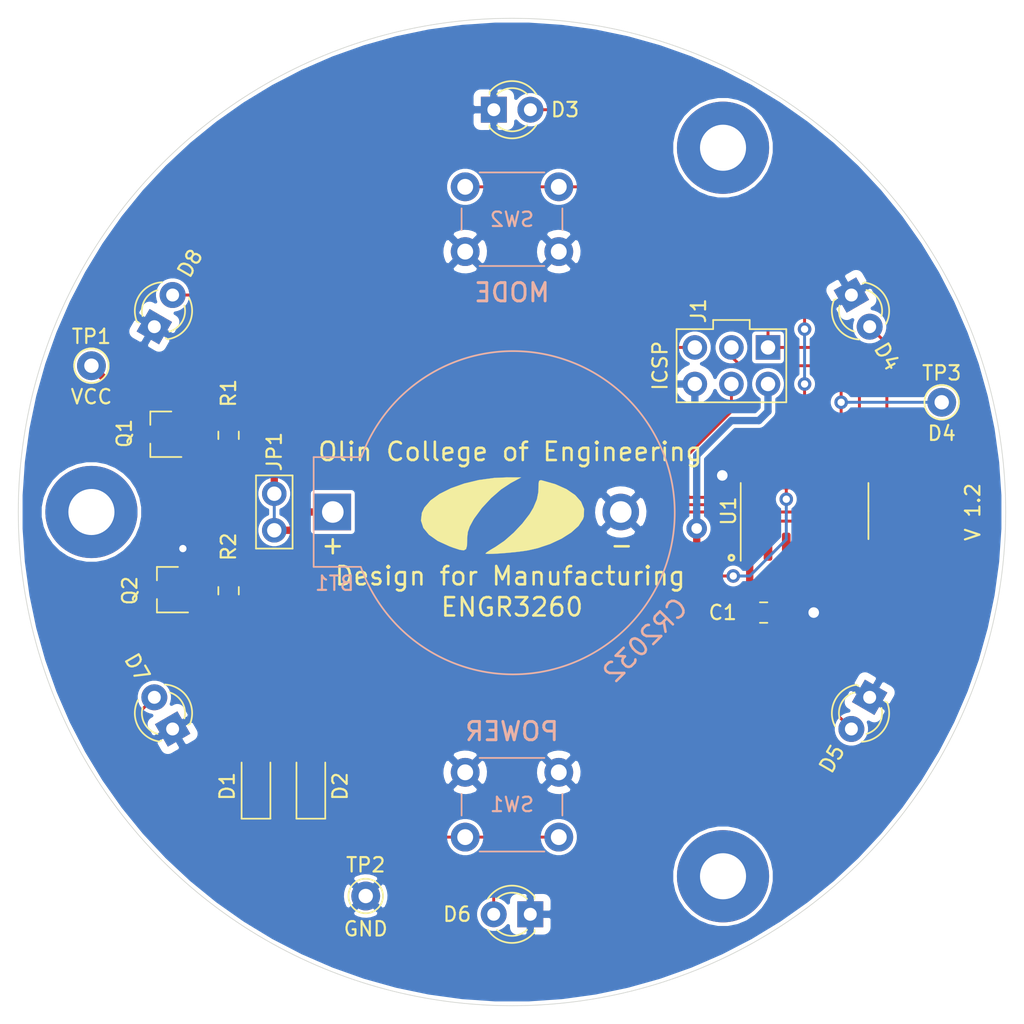
<source format=kicad_pcb>
(kicad_pcb (version 20171130) (host pcbnew "(5.1.6)-1")

  (general
    (thickness 1.6)
    (drawings 15)
    (tracks 152)
    (zones 0)
    (modules 26)
    (nets 19)
  )

  (page A4)
  (layers
    (0 F.Cu signal)
    (31 B.Cu signal)
    (35 F.Paste user hide)
    (36 B.SilkS user)
    (37 F.SilkS user)
    (38 B.Mask user hide)
    (39 F.Mask user hide)
    (44 Edge.Cuts user)
    (45 Margin user hide)
    (46 B.CrtYd user hide)
    (47 F.CrtYd user hide)
    (48 B.Fab user hide)
    (49 F.Fab user hide)
  )

  (setup
    (last_trace_width 0.2032)
    (user_trace_width 0.1524)
    (user_trace_width 0.1778)
    (user_trace_width 0.2032)
    (user_trace_width 0.254)
    (user_trace_width 0.3048)
    (user_trace_width 0.381)
    (user_trace_width 0.508)
    (user_trace_width 0.762)
    (user_trace_width 1.016)
    (user_trace_width 1.27)
    (user_trace_width 1.524)
    (user_trace_width 2.54)
    (trace_clearance 0.1778)
    (zone_clearance 0.254)
    (zone_45_only no)
    (trace_min 0.1524)
    (via_size 0.9398)
    (via_drill 0.508)
    (via_min_size 0.4)
    (via_min_drill 0.3)
    (user_via 0.7874 0.3556)
    (user_via 0.9398 0.508)
    (user_via 1.0414 0.508)
    (user_via 1.4224 0.7366)
    (user_via 1.651 0.762)
    (user_via 2.921 1.3208)
    (uvia_size 0.3048)
    (uvia_drill 0.1016)
    (uvias_allowed no)
    (uvia_min_size 0.2)
    (uvia_min_drill 0.1)
    (edge_width 0.05)
    (segment_width 0.2)
    (pcb_text_width 0.3)
    (pcb_text_size 1.5 1.5)
    (mod_edge_width 0.12)
    (mod_text_size 1 1)
    (mod_text_width 0.15)
    (pad_size 6.4 6.4)
    (pad_drill 3.200001)
    (pad_to_mask_clearance 0.05)
    (aux_axis_origin 0 0)
    (visible_elements 7EFFFFFF)
    (pcbplotparams
      (layerselection 0x030f8_ffffffff)
      (usegerberextensions false)
      (usegerberattributes false)
      (usegerberadvancedattributes false)
      (creategerberjobfile false)
      (excludeedgelayer true)
      (linewidth 0.100000)
      (plotframeref false)
      (viasonmask false)
      (mode 1)
      (useauxorigin false)
      (hpglpennumber 1)
      (hpglpenspeed 20)
      (hpglpendiameter 15.000000)
      (psnegative false)
      (psa4output false)
      (plotreference true)
      (plotvalue false)
      (plotinvisibletext false)
      (padsonsilk false)
      (subtractmaskfromsilk false)
      (outputformat 1)
      (mirror false)
      (drillshape 0)
      (scaleselection 1)
      (outputdirectory "Gerbers/"))
  )

  (net 0 "")
  (net 1 GND)
  (net 2 "Net-(D1-Pad2)")
  (net 3 "Net-(BT1-Pad1)")
  (net 4 VCC)
  (net 5 "Net-(D1-Pad1)")
  (net 6 POWER_BUTTON)
  (net 7 "Net-(JP1-Pad2)")
  (net 8 KEEP_POWER_ON)
  (net 9 ~RST)
  (net 10 MOSI)
  (net 11 SCK)
  (net 12 MISO)
  (net 13 LED_1)
  (net 14 LED_2)
  (net 15 LED_3)
  (net 16 LED_4)
  (net 17 LED_5)
  (net 18 LED_6)

  (net_class Default "This is the default net class."
    (clearance 0.1778)
    (trace_width 0.2032)
    (via_dia 0.9398)
    (via_drill 0.508)
    (uvia_dia 0.3048)
    (uvia_drill 0.1016)
    (diff_pair_width 0.2032)
    (diff_pair_gap 0.2032)
    (add_net GND)
    (add_net KEEP_POWER_ON)
    (add_net LED_1)
    (add_net LED_2)
    (add_net LED_3)
    (add_net LED_4)
    (add_net LED_5)
    (add_net LED_6)
    (add_net MISO)
    (add_net MOSI)
    (add_net "Net-(BT1-Pad1)")
    (add_net "Net-(D1-Pad1)")
    (add_net "Net-(D1-Pad2)")
    (add_net "Net-(JP1-Pad2)")
    (add_net POWER_BUTTON)
    (add_net SCK)
    (add_net VCC)
    (add_net ~RST)
  )

  (module MountingHole:MountingHole_3.2mm_M3_Pad (layer F.Cu) (tedit 56D1B4CB) (tstamp 5F6506A5)
    (at 14.6558 25.2984)
    (descr "Mounting Hole 3.2mm, M3")
    (tags "mounting hole 3.2mm m3")
    (attr virtual)
    (fp_text reference "" (at 0 -4.2) (layer F.SilkS) hide
      (effects (font (size 1 1) (thickness 0.15)))
    )
    (fp_text value MountingHole_3.2mm_M3_Pad (at 0 4.2) (layer F.Fab) hide
      (effects (font (size 1 1) (thickness 0.15)))
    )
    (fp_circle (center 0 0) (end 3.2 0) (layer Cmts.User) (width 0.15))
    (fp_circle (center 0 0) (end 3.45 0) (layer F.CrtYd) (width 0.05))
    (fp_text user %R (at 0.3 0) (layer F.Fab) hide
      (effects (font (size 1 1) (thickness 0.15)))
    )
    (pad 1 thru_hole circle (at 0 0) (size 6.4 6.4) (drill 3.2) (layers *.Cu *.Mask))
  )

  (module MountingHole:MountingHole_3.2mm_M3_Pad (layer F.Cu) (tedit 56D1B4CB) (tstamp 5F6505B6)
    (at -29.21 0)
    (descr "Mounting Hole 3.2mm, M3")
    (tags "mounting hole 3.2mm m3")
    (attr virtual)
    (fp_text reference "" (at 0 -4.2) (layer F.SilkS) hide
      (effects (font (size 1 1) (thickness 0.15)))
    )
    (fp_text value MountingHole_3.2mm_M3_Pad (at 0 4.2) (layer F.Fab) hide
      (effects (font (size 1 1) (thickness 0.15)))
    )
    (fp_circle (center 0 0) (end 3.2 0) (layer Cmts.User) (width 0.15))
    (fp_circle (center 0 0) (end 3.45 0) (layer F.CrtYd) (width 0.05))
    (fp_text user %R (at 0.3 0) (layer F.Fab) hide
      (effects (font (size 1 1) (thickness 0.15)))
    )
    (pad 1 thru_hole circle (at 0 0) (size 6.4 6.4) (drill 3.2) (layers *.Cu *.Mask))
  )

  (module MountingHole:MountingHole_3.2mm_M3_Pad (layer F.Cu) (tedit 56D1B4CB) (tstamp 5F650592)
    (at 14.6558 -25.2984)
    (descr "Mounting Hole 3.2mm, M3")
    (tags "mounting hole 3.2mm m3")
    (attr virtual)
    (fp_text reference "" (at 0 -4.2) (layer F.SilkS) hide
      (effects (font (size 1 1) (thickness 0.15)))
    )
    (fp_text value MountingHole_3.2mm_M3_Pad (at 0 4.2) (layer F.Fab) hide
      (effects (font (size 1 1) (thickness 0.15)))
    )
    (fp_circle (center 0 0) (end 3.2 0) (layer Cmts.User) (width 0.15))
    (fp_circle (center 0 0) (end 3.45 0) (layer F.CrtYd) (width 0.05))
    (fp_text user %R (at 0.3 0) (layer F.Fab) hide
      (effects (font (size 1 1) (thickness 0.15)))
    )
    (pad 1 thru_hole circle (at 0 0) (size 6.4 6.4) (drill 3.2) (layers *.Cu *.Mask))
  )

  (module @CustomFootprints:OlinLogo (layer F.Cu) (tedit 5F525CA6) (tstamp 5F6544CE)
    (at -0.635 0.254)
    (fp_text reference "" (at -1.27 5.08) (layer F.SilkS)
      (effects (font (size 1.524 1.524) (thickness 0.3)))
    )
    (fp_text value "" (at 5.08 5.08) (layer F.SilkS)
      (effects (font (size 1.524 1.524) (thickness 0.3)))
    )
    (fp_poly (pts (xy 1.27 -2.654506) (xy 0.544862 -2.264634) (xy -0.123336 -1.822159) (xy -0.812271 -1.222684)
      (xy -1.453296 -0.533998) (xy -1.977764 0.176113) (xy -2.056191 0.303841) (xy -2.301376 0.757628)
      (xy -2.430468 1.132293) (xy -2.476735 1.538995) (xy -2.479524 1.718282) (xy -2.491918 2.094669)
      (xy -2.555099 2.320607) (xy -2.708067 2.40935) (xy -2.989823 2.374153) (xy -3.439365 2.22827)
      (xy -3.699311 2.132824) (xy -4.520992 1.75774) (xy -5.130593 1.327239) (xy -5.52175 0.851097)
      (xy -5.688099 0.339091) (xy -5.623274 -0.199004) (xy -5.452703 -0.560514) (xy -5.026734 -1.055863)
      (xy -4.398237 -1.508866) (xy -3.604907 -1.90565) (xy -2.68444 -2.232344) (xy -1.67453 -2.475075)
      (xy -0.612874 -2.619973) (xy 0.241905 -2.656141) (xy 1.27 -2.654506)) (layer F.SilkS) (width 0.01))
    (fp_poly (pts (xy 2.715365 -2.450559) (xy 3.646923 -2.185743) (xy 4.420796 -1.840218) (xy 5.021311 -1.428846)
      (xy 5.432793 -0.966492) (xy 5.639569 -0.468018) (xy 5.625964 0.051712) (xy 5.561255 0.248071)
      (xy 5.255731 0.713447) (xy 4.74883 1.169896) (xy 4.080682 1.594574) (xy 3.291412 1.964635)
      (xy 2.42115 2.257236) (xy 1.769513 2.406649) (xy 1.353274 2.471038) (xy 0.846597 2.53163)
      (xy 0.30214 2.584478) (xy -0.22744 2.625638) (xy -0.689487 2.651162) (xy -1.031342 2.657105)
      (xy -1.200348 2.639523) (xy -1.209524 2.629874) (xy -1.112431 2.541333) (xy -0.858283 2.374343)
      (xy -0.514048 2.171909) (xy 0.107068 1.747912) (xy 0.753008 1.181088) (xy 1.358713 0.538658)
      (xy 1.859124 -0.112161) (xy 2.116666 -0.546147) (xy 2.361164 -1.125298) (xy 2.464988 -1.640654)
      (xy 2.473461 -1.887355) (xy 2.47928 -2.248713) (xy 2.521629 -2.422996) (xy 2.623903 -2.464678)
      (xy 2.715365 -2.450559)) (layer F.SilkS) (width 0.01))
  )

  (module Package_SO:SOIC-14_3.9x8.7mm_P1.27mm (layer F.Cu) (tedit 5D9F72B1) (tstamp 5F51D3B4)
    (at 20.32 -0.065 90)
    (descr "SOIC, 14 Pin (JEDEC MS-012AB, https://www.analog.com/media/en/package-pcb-resources/package/pkg_pdf/soic_narrow-r/r_14.pdf), generated with kicad-footprint-generator ipc_gullwing_generator.py")
    (tags "SOIC SO")
    (path /5F5CE8E9)
    (attr smd)
    (fp_text reference U1 (at 0 -5.28 90) (layer F.SilkS)
      (effects (font (size 1 1) (thickness 0.15)))
    )
    (fp_text value ATtiny44A-SSU (at 0 5.28 90) (layer F.Fab)
      (effects (font (size 1 1) (thickness 0.15)))
    )
    (fp_line (start 3.7 -4.58) (end -3.7 -4.58) (layer F.CrtYd) (width 0.05))
    (fp_line (start 3.7 4.58) (end 3.7 -4.58) (layer F.CrtYd) (width 0.05))
    (fp_line (start -3.7 4.58) (end 3.7 4.58) (layer F.CrtYd) (width 0.05))
    (fp_line (start -3.7 -4.58) (end -3.7 4.58) (layer F.CrtYd) (width 0.05))
    (fp_line (start -1.95 -3.35) (end -0.975 -4.325) (layer F.Fab) (width 0.1))
    (fp_line (start -1.95 4.325) (end -1.95 -3.35) (layer F.Fab) (width 0.1))
    (fp_line (start 1.95 4.325) (end -1.95 4.325) (layer F.Fab) (width 0.1))
    (fp_line (start 1.95 -4.325) (end 1.95 4.325) (layer F.Fab) (width 0.1))
    (fp_line (start -0.975 -4.325) (end 1.95 -4.325) (layer F.Fab) (width 0.1))
    (fp_line (start 0 -4.435) (end -3.45 -4.435) (layer F.SilkS) (width 0.12))
    (fp_line (start 0 -4.435) (end 1.95 -4.435) (layer F.SilkS) (width 0.12))
    (fp_line (start 0 4.435) (end -1.95 4.435) (layer F.SilkS) (width 0.12))
    (fp_line (start 0 4.435) (end 1.95 4.435) (layer F.SilkS) (width 0.12))
    (fp_text user %R (at 0 0 90) (layer F.Fab)
      (effects (font (size 0.98 0.98) (thickness 0.15)))
    )
    (pad 14 smd roundrect (at 2.475 -3.81 90) (size 1.95 0.6) (layers F.Cu F.Paste F.Mask) (roundrect_rratio 0.25)
      (net 1 GND))
    (pad 13 smd roundrect (at 2.475 -2.54 90) (size 1.95 0.6) (layers F.Cu F.Paste F.Mask) (roundrect_rratio 0.25)
      (net 13 LED_1))
    (pad 12 smd roundrect (at 2.475 -1.27 90) (size 1.95 0.6) (layers F.Cu F.Paste F.Mask) (roundrect_rratio 0.25)
      (net 8 KEEP_POWER_ON))
    (pad 11 smd roundrect (at 2.475 0 90) (size 1.95 0.6) (layers F.Cu F.Paste F.Mask) (roundrect_rratio 0.25)
      (net 17 LED_5))
    (pad 10 smd roundrect (at 2.475 1.27 90) (size 1.95 0.6) (layers F.Cu F.Paste F.Mask) (roundrect_rratio 0.25)
      (net 14 LED_2))
    (pad 9 smd roundrect (at 2.475 2.54 90) (size 1.95 0.6) (layers F.Cu F.Paste F.Mask) (roundrect_rratio 0.25)
      (net 11 SCK))
    (pad 8 smd roundrect (at 2.475 3.81 90) (size 1.95 0.6) (layers F.Cu F.Paste F.Mask) (roundrect_rratio 0.25)
      (net 12 MISO))
    (pad 7 smd roundrect (at -2.475 3.81 90) (size 1.95 0.6) (layers F.Cu F.Paste F.Mask) (roundrect_rratio 0.25)
      (net 10 MOSI))
    (pad 6 smd roundrect (at -2.475 2.54 90) (size 1.95 0.6) (layers F.Cu F.Paste F.Mask) (roundrect_rratio 0.25)
      (net 15 LED_3))
    (pad 5 smd roundrect (at -2.475 1.27 90) (size 1.95 0.6) (layers F.Cu F.Paste F.Mask) (roundrect_rratio 0.25)
      (net 16 LED_4))
    (pad 4 smd roundrect (at -2.475 0 90) (size 1.95 0.6) (layers F.Cu F.Paste F.Mask) (roundrect_rratio 0.25)
      (net 9 ~RST))
    (pad 3 smd roundrect (at -2.475 -1.27 90) (size 1.95 0.6) (layers F.Cu F.Paste F.Mask) (roundrect_rratio 0.25)
      (net 6 POWER_BUTTON))
    (pad 2 smd roundrect (at -2.475 -2.54 90) (size 1.95 0.6) (layers F.Cu F.Paste F.Mask) (roundrect_rratio 0.25)
      (net 18 LED_6))
    (pad 1 smd roundrect (at -2.475 -3.81 90) (size 1.95 0.6) (layers F.Cu F.Paste F.Mask) (roundrect_rratio 0.25)
      (net 4 VCC))
    (model ${KISYS3DMOD}/Package_SO.3dshapes/SOIC-14_3.9x8.7mm_P1.27mm.wrl
      (at (xyz 0 0 0))
      (scale (xyz 1 1 1))
      (rotate (xyz 0 0 0))
    )
  )

  (module Resistor_SMD:R_0805_2012Metric_Pad1.15x1.40mm_HandSolder (layer F.Cu) (tedit 5B36C52B) (tstamp 5F51E184)
    (at -19.685 5.47 90)
    (descr "Resistor SMD 0805 (2012 Metric), square (rectangular) end terminal, IPC_7351 nominal with elongated pad for handsoldering. (Body size source: https://docs.google.com/spreadsheets/d/1BsfQQcO9C6DZCsRaXUlFlo91Tg2WpOkGARC1WS5S8t0/edit?usp=sharing), generated with kicad-footprint-generator")
    (tags "resistor handsolder")
    (path /5F567445)
    (attr smd)
    (fp_text reference R2 (at 3.057 0 90) (layer F.SilkS)
      (effects (font (size 1 1) (thickness 0.15)))
    )
    (fp_text value 1M (at 0 1.65 90) (layer F.Fab)
      (effects (font (size 1 1) (thickness 0.15)))
    )
    (fp_line (start 1.85 0.95) (end -1.85 0.95) (layer F.CrtYd) (width 0.05))
    (fp_line (start 1.85 -0.95) (end 1.85 0.95) (layer F.CrtYd) (width 0.05))
    (fp_line (start -1.85 -0.95) (end 1.85 -0.95) (layer F.CrtYd) (width 0.05))
    (fp_line (start -1.85 0.95) (end -1.85 -0.95) (layer F.CrtYd) (width 0.05))
    (fp_line (start -0.261252 0.71) (end 0.261252 0.71) (layer F.SilkS) (width 0.12))
    (fp_line (start -0.261252 -0.71) (end 0.261252 -0.71) (layer F.SilkS) (width 0.12))
    (fp_line (start 1 0.6) (end -1 0.6) (layer F.Fab) (width 0.1))
    (fp_line (start 1 -0.6) (end 1 0.6) (layer F.Fab) (width 0.1))
    (fp_line (start -1 -0.6) (end 1 -0.6) (layer F.Fab) (width 0.1))
    (fp_line (start -1 0.6) (end -1 -0.6) (layer F.Fab) (width 0.1))
    (fp_text user %R (at 0 0 90) (layer F.Fab)
      (effects (font (size 0.5 0.5) (thickness 0.08)))
    )
    (pad 2 smd roundrect (at 1.025 0 90) (size 1.15 1.4) (layers F.Cu F.Paste F.Mask) (roundrect_rratio 0.217391)
      (net 1 GND))
    (pad 1 smd roundrect (at -1.025 0 90) (size 1.15 1.4) (layers F.Cu F.Paste F.Mask) (roundrect_rratio 0.217391)
      (net 8 KEEP_POWER_ON))
    (model ${KISYS3DMOD}/Resistor_SMD.3dshapes/R_0805_2012Metric.wrl
      (at (xyz 0 0 0))
      (scale (xyz 1 1 1))
      (rotate (xyz 0 0 0))
    )
  )

  (module Resistor_SMD:R_0805_2012Metric_Pad1.15x1.40mm_HandSolder (layer F.Cu) (tedit 5B36C52B) (tstamp 5F51D305)
    (at -19.685 -5.325 90)
    (descr "Resistor SMD 0805 (2012 Metric), square (rectangular) end terminal, IPC_7351 nominal with elongated pad for handsoldering. (Body size source: https://docs.google.com/spreadsheets/d/1BsfQQcO9C6DZCsRaXUlFlo91Tg2WpOkGARC1WS5S8t0/edit?usp=sharing), generated with kicad-footprint-generator")
    (tags "resistor handsolder")
    (path /5F55BD46)
    (attr smd)
    (fp_text reference R1 (at 2.93 0 90) (layer F.SilkS)
      (effects (font (size 1 1) (thickness 0.15)))
    )
    (fp_text value 1M (at 0 1.65 90) (layer F.Fab)
      (effects (font (size 1 1) (thickness 0.15)))
    )
    (fp_line (start 1.85 0.95) (end -1.85 0.95) (layer F.CrtYd) (width 0.05))
    (fp_line (start 1.85 -0.95) (end 1.85 0.95) (layer F.CrtYd) (width 0.05))
    (fp_line (start -1.85 -0.95) (end 1.85 -0.95) (layer F.CrtYd) (width 0.05))
    (fp_line (start -1.85 0.95) (end -1.85 -0.95) (layer F.CrtYd) (width 0.05))
    (fp_line (start -0.261252 0.71) (end 0.261252 0.71) (layer F.SilkS) (width 0.12))
    (fp_line (start -0.261252 -0.71) (end 0.261252 -0.71) (layer F.SilkS) (width 0.12))
    (fp_line (start 1 0.6) (end -1 0.6) (layer F.Fab) (width 0.1))
    (fp_line (start 1 -0.6) (end 1 0.6) (layer F.Fab) (width 0.1))
    (fp_line (start -1 -0.6) (end 1 -0.6) (layer F.Fab) (width 0.1))
    (fp_line (start -1 0.6) (end -1 -0.6) (layer F.Fab) (width 0.1))
    (fp_text user %R (at 0 0 90) (layer F.Fab)
      (effects (font (size 0.5 0.5) (thickness 0.08)))
    )
    (pad 2 smd roundrect (at 1.025 0 90) (size 1.15 1.4) (layers F.Cu F.Paste F.Mask) (roundrect_rratio 0.217391)
      (net 7 "Net-(JP1-Pad2)"))
    (pad 1 smd roundrect (at -1.025 0 90) (size 1.15 1.4) (layers F.Cu F.Paste F.Mask) (roundrect_rratio 0.217391)
      (net 2 "Net-(D1-Pad2)"))
    (model ${KISYS3DMOD}/Resistor_SMD.3dshapes/R_0805_2012Metric.wrl
      (at (xyz 0 0 0))
      (scale (xyz 1 1 1))
      (rotate (xyz 0 0 0))
    )
  )

  (module Package_TO_SOT_SMD:SOT-23 (layer F.Cu) (tedit 5A02FF57) (tstamp 5F5BD156)
    (at -23.9 5.395 180)
    (descr "SOT-23, Standard")
    (tags SOT-23)
    (path /5F54DC6C)
    (attr smd)
    (fp_text reference Q2 (at 2.643 -0.066 90) (layer F.SilkS)
      (effects (font (size 1 1) (thickness 0.15)))
    )
    (fp_text value IRLML6244 (at 0 2.5) (layer F.Fab)
      (effects (font (size 1 1) (thickness 0.15)))
    )
    (fp_line (start 0.76 1.58) (end -0.7 1.58) (layer F.SilkS) (width 0.12))
    (fp_line (start 0.76 -1.58) (end -1.4 -1.58) (layer F.SilkS) (width 0.12))
    (fp_line (start -1.7 1.75) (end -1.7 -1.75) (layer F.CrtYd) (width 0.05))
    (fp_line (start 1.7 1.75) (end -1.7 1.75) (layer F.CrtYd) (width 0.05))
    (fp_line (start 1.7 -1.75) (end 1.7 1.75) (layer F.CrtYd) (width 0.05))
    (fp_line (start -1.7 -1.75) (end 1.7 -1.75) (layer F.CrtYd) (width 0.05))
    (fp_line (start 0.76 -1.58) (end 0.76 -0.65) (layer F.SilkS) (width 0.12))
    (fp_line (start 0.76 1.58) (end 0.76 0.65) (layer F.SilkS) (width 0.12))
    (fp_line (start -0.7 1.52) (end 0.7 1.52) (layer F.Fab) (width 0.1))
    (fp_line (start 0.7 -1.52) (end 0.7 1.52) (layer F.Fab) (width 0.1))
    (fp_line (start -0.7 -0.95) (end -0.15 -1.52) (layer F.Fab) (width 0.1))
    (fp_line (start -0.15 -1.52) (end 0.7 -1.52) (layer F.Fab) (width 0.1))
    (fp_line (start -0.7 -0.95) (end -0.7 1.5) (layer F.Fab) (width 0.1))
    (fp_text user %R (at 0 0 90) (layer F.Fab)
      (effects (font (size 0.5 0.5) (thickness 0.075)))
    )
    (pad 3 smd rect (at 1 0 180) (size 0.9 0.8) (layers F.Cu F.Paste F.Mask)
      (net 2 "Net-(D1-Pad2)"))
    (pad 2 smd rect (at -1 0.95 180) (size 0.9 0.8) (layers F.Cu F.Paste F.Mask)
      (net 1 GND))
    (pad 1 smd rect (at -1 -0.95 180) (size 0.9 0.8) (layers F.Cu F.Paste F.Mask)
      (net 8 KEEP_POWER_ON))
    (model ${KISYS3DMOD}/Package_TO_SOT_SMD.3dshapes/SOT-23.wrl
      (at (xyz 0 0 0))
      (scale (xyz 1 1 1))
      (rotate (xyz 0 0 0))
    )
  )

  (module Package_TO_SOT_SMD:SOT-23 (layer F.Cu) (tedit 5A02FF57) (tstamp 5F51FE1E)
    (at -24.36 -5.4 180)
    (descr "SOT-23, Standard")
    (tags SOT-23)
    (path /5F54F12B)
    (attr smd)
    (fp_text reference Q1 (at 2.564 0.061 90) (layer F.SilkS)
      (effects (font (size 1 1) (thickness 0.15)))
    )
    (fp_text value IRLML2244 (at 0 2.5) (layer F.Fab)
      (effects (font (size 1 1) (thickness 0.15)))
    )
    (fp_line (start 0.76 1.58) (end -0.7 1.58) (layer F.SilkS) (width 0.12))
    (fp_line (start 0.76 -1.58) (end -1.4 -1.58) (layer F.SilkS) (width 0.12))
    (fp_line (start -1.7 1.75) (end -1.7 -1.75) (layer F.CrtYd) (width 0.05))
    (fp_line (start 1.7 1.75) (end -1.7 1.75) (layer F.CrtYd) (width 0.05))
    (fp_line (start 1.7 -1.75) (end 1.7 1.75) (layer F.CrtYd) (width 0.05))
    (fp_line (start -1.7 -1.75) (end 1.7 -1.75) (layer F.CrtYd) (width 0.05))
    (fp_line (start 0.76 -1.58) (end 0.76 -0.65) (layer F.SilkS) (width 0.12))
    (fp_line (start 0.76 1.58) (end 0.76 0.65) (layer F.SilkS) (width 0.12))
    (fp_line (start -0.7 1.52) (end 0.7 1.52) (layer F.Fab) (width 0.1))
    (fp_line (start 0.7 -1.52) (end 0.7 1.52) (layer F.Fab) (width 0.1))
    (fp_line (start -0.7 -0.95) (end -0.15 -1.52) (layer F.Fab) (width 0.1))
    (fp_line (start -0.15 -1.52) (end 0.7 -1.52) (layer F.Fab) (width 0.1))
    (fp_line (start -0.7 -0.95) (end -0.7 1.5) (layer F.Fab) (width 0.1))
    (fp_text user %R (at 0 0 90) (layer F.Fab)
      (effects (font (size 0.5 0.5) (thickness 0.075)))
    )
    (pad 3 smd rect (at 1 0 180) (size 0.9 0.8) (layers F.Cu F.Paste F.Mask)
      (net 4 VCC))
    (pad 2 smd rect (at -1 0.95 180) (size 0.9 0.8) (layers F.Cu F.Paste F.Mask)
      (net 7 "Net-(JP1-Pad2)"))
    (pad 1 smd rect (at -1 -0.95 180) (size 0.9 0.8) (layers F.Cu F.Paste F.Mask)
      (net 2 "Net-(D1-Pad2)"))
    (model ${KISYS3DMOD}/Package_TO_SOT_SMD.3dshapes/SOT-23.wrl
      (at (xyz 0 0 0))
      (scale (xyz 1 1 1))
      (rotate (xyz 0 0 0))
    )
  )

  (module Diode_SMD:D_SOD-123 (layer F.Cu) (tedit 58645DC7) (tstamp 5F51D161)
    (at -13.97 19.05 90)
    (descr SOD-123)
    (tags SOD-123)
    (path /5F58CA89)
    (attr smd)
    (fp_text reference D2 (at 0 2.032 90) (layer F.SilkS)
      (effects (font (size 1 1) (thickness 0.15)))
    )
    (fp_text value 1N4148 (at 0 2.1 90) (layer F.Fab)
      (effects (font (size 1 1) (thickness 0.15)))
    )
    (fp_line (start -2.25 -1) (end 1.65 -1) (layer F.SilkS) (width 0.12))
    (fp_line (start -2.25 1) (end 1.65 1) (layer F.SilkS) (width 0.12))
    (fp_line (start -2.35 -1.15) (end -2.35 1.15) (layer F.CrtYd) (width 0.05))
    (fp_line (start 2.35 1.15) (end -2.35 1.15) (layer F.CrtYd) (width 0.05))
    (fp_line (start 2.35 -1.15) (end 2.35 1.15) (layer F.CrtYd) (width 0.05))
    (fp_line (start -2.35 -1.15) (end 2.35 -1.15) (layer F.CrtYd) (width 0.05))
    (fp_line (start -1.4 -0.9) (end 1.4 -0.9) (layer F.Fab) (width 0.1))
    (fp_line (start 1.4 -0.9) (end 1.4 0.9) (layer F.Fab) (width 0.1))
    (fp_line (start 1.4 0.9) (end -1.4 0.9) (layer F.Fab) (width 0.1))
    (fp_line (start -1.4 0.9) (end -1.4 -0.9) (layer F.Fab) (width 0.1))
    (fp_line (start -0.75 0) (end -0.35 0) (layer F.Fab) (width 0.1))
    (fp_line (start -0.35 0) (end -0.35 -0.55) (layer F.Fab) (width 0.1))
    (fp_line (start -0.35 0) (end -0.35 0.55) (layer F.Fab) (width 0.1))
    (fp_line (start -0.35 0) (end 0.25 -0.4) (layer F.Fab) (width 0.1))
    (fp_line (start 0.25 -0.4) (end 0.25 0.4) (layer F.Fab) (width 0.1))
    (fp_line (start 0.25 0.4) (end -0.35 0) (layer F.Fab) (width 0.1))
    (fp_line (start 0.25 0) (end 0.75 0) (layer F.Fab) (width 0.1))
    (fp_line (start -2.25 -1) (end -2.25 1) (layer F.SilkS) (width 0.12))
    (fp_text user %R (at 0 -2 90) (layer F.Fab)
      (effects (font (size 1 1) (thickness 0.15)))
    )
    (pad 2 smd rect (at 1.65 0 90) (size 0.9 1.2) (layers F.Cu F.Paste F.Mask)
      (net 6 POWER_BUTTON))
    (pad 1 smd rect (at -1.65 0 90) (size 0.9 1.2) (layers F.Cu F.Paste F.Mask)
      (net 5 "Net-(D1-Pad1)"))
    (model ${KISYS3DMOD}/Diode_SMD.3dshapes/D_SOD-123.wrl
      (at (xyz 0 0 0))
      (scale (xyz 1 1 1))
      (rotate (xyz 0 0 0))
    )
  )

  (module Diode_SMD:D_SOD-123 (layer F.Cu) (tedit 58645DC7) (tstamp 5F51D148)
    (at -17.78 19.05 90)
    (descr SOD-123)
    (tags SOD-123)
    (path /5F574E93)
    (attr smd)
    (fp_text reference D1 (at 0 -2 90) (layer F.SilkS)
      (effects (font (size 1 1) (thickness 0.15)))
    )
    (fp_text value 1N4148 (at 0 2.1 90) (layer F.Fab)
      (effects (font (size 1 1) (thickness 0.15)))
    )
    (fp_line (start -2.25 -1) (end 1.65 -1) (layer F.SilkS) (width 0.12))
    (fp_line (start -2.25 1) (end 1.65 1) (layer F.SilkS) (width 0.12))
    (fp_line (start -2.35 -1.15) (end -2.35 1.15) (layer F.CrtYd) (width 0.05))
    (fp_line (start 2.35 1.15) (end -2.35 1.15) (layer F.CrtYd) (width 0.05))
    (fp_line (start 2.35 -1.15) (end 2.35 1.15) (layer F.CrtYd) (width 0.05))
    (fp_line (start -2.35 -1.15) (end 2.35 -1.15) (layer F.CrtYd) (width 0.05))
    (fp_line (start -1.4 -0.9) (end 1.4 -0.9) (layer F.Fab) (width 0.1))
    (fp_line (start 1.4 -0.9) (end 1.4 0.9) (layer F.Fab) (width 0.1))
    (fp_line (start 1.4 0.9) (end -1.4 0.9) (layer F.Fab) (width 0.1))
    (fp_line (start -1.4 0.9) (end -1.4 -0.9) (layer F.Fab) (width 0.1))
    (fp_line (start -0.75 0) (end -0.35 0) (layer F.Fab) (width 0.1))
    (fp_line (start -0.35 0) (end -0.35 -0.55) (layer F.Fab) (width 0.1))
    (fp_line (start -0.35 0) (end -0.35 0.55) (layer F.Fab) (width 0.1))
    (fp_line (start -0.35 0) (end 0.25 -0.4) (layer F.Fab) (width 0.1))
    (fp_line (start 0.25 -0.4) (end 0.25 0.4) (layer F.Fab) (width 0.1))
    (fp_line (start 0.25 0.4) (end -0.35 0) (layer F.Fab) (width 0.1))
    (fp_line (start 0.25 0) (end 0.75 0) (layer F.Fab) (width 0.1))
    (fp_line (start -2.25 -1) (end -2.25 1) (layer F.SilkS) (width 0.12))
    (fp_text user %R (at 0 -2 90) (layer F.Fab)
      (effects (font (size 1 1) (thickness 0.15)))
    )
    (pad 2 smd rect (at 1.65 0 90) (size 0.9 1.2) (layers F.Cu F.Paste F.Mask)
      (net 2 "Net-(D1-Pad2)"))
    (pad 1 smd rect (at -1.65 0 90) (size 0.9 1.2) (layers F.Cu F.Paste F.Mask)
      (net 5 "Net-(D1-Pad1)"))
    (model ${KISYS3DMOD}/Diode_SMD.3dshapes/D_SOD-123.wrl
      (at (xyz 0 0 0))
      (scale (xyz 1 1 1))
      (rotate (xyz 0 0 0))
    )
  )

  (module Capacitor_SMD:C_0805_2012Metric (layer F.Cu) (tedit 5B36C52B) (tstamp 5F5AD4B3)
    (at 17.4775 6.985)
    (descr "Capacitor SMD 0805 (2012 Metric), square (rectangular) end terminal, IPC_7351 nominal, (Body size source: https://docs.google.com/spreadsheets/d/1BsfQQcO9C6DZCsRaXUlFlo91Tg2WpOkGARC1WS5S8t0/edit?usp=sharing), generated with kicad-footprint-generator")
    (tags capacitor)
    (path /5F330FB1)
    (attr smd)
    (fp_text reference C1 (at -2.8425 0) (layer F.SilkS)
      (effects (font (size 1 1) (thickness 0.15)))
    )
    (fp_text value 100nf (at 0 1.65) (layer F.Fab)
      (effects (font (size 1 1) (thickness 0.15)))
    )
    (fp_line (start 1.68 0.95) (end -1.68 0.95) (layer F.CrtYd) (width 0.05))
    (fp_line (start 1.68 -0.95) (end 1.68 0.95) (layer F.CrtYd) (width 0.05))
    (fp_line (start -1.68 -0.95) (end 1.68 -0.95) (layer F.CrtYd) (width 0.05))
    (fp_line (start -1.68 0.95) (end -1.68 -0.95) (layer F.CrtYd) (width 0.05))
    (fp_line (start -0.258578 0.71) (end 0.258578 0.71) (layer F.SilkS) (width 0.12))
    (fp_line (start -0.258578 -0.71) (end 0.258578 -0.71) (layer F.SilkS) (width 0.12))
    (fp_line (start 1 0.6) (end -1 0.6) (layer F.Fab) (width 0.1))
    (fp_line (start 1 -0.6) (end 1 0.6) (layer F.Fab) (width 0.1))
    (fp_line (start -1 -0.6) (end 1 -0.6) (layer F.Fab) (width 0.1))
    (fp_line (start -1 0.6) (end -1 -0.6) (layer F.Fab) (width 0.1))
    (fp_text user %R (at 0 0) (layer F.Fab)
      (effects (font (size 0.5 0.5) (thickness 0.08)))
    )
    (pad 2 smd roundrect (at 0.9375 0) (size 0.975 1.4) (layers F.Cu F.Paste F.Mask) (roundrect_rratio 0.25)
      (net 1 GND))
    (pad 1 smd roundrect (at -0.9375 0) (size 0.975 1.4) (layers F.Cu F.Paste F.Mask) (roundrect_rratio 0.25)
      (net 4 VCC))
    (model ${KISYS3DMOD}/Capacitor_SMD.3dshapes/C_0805_2012Metric.wrl
      (at (xyz 0 0 0))
      (scale (xyz 1 1 1))
      (rotate (xyz 0 0 0))
    )
  )

  (module @CustomFootprints:BS_7_ND_for_CR2032 (layer B.Cu) (tedit 5F5270AF) (tstamp 5F51D10D)
    (at -12.446 0)
    (descr "Comfortable Electronic CR2450 battery holder, http://www.comf.com.tw/ProductDetail.asp?no=148")
    (tags "Comfortable Electronic CR2450")
    (path /5F54829F)
    (fp_text reference BT1 (at 0.127 4.953) (layer B.SilkS)
      (effects (font (size 1 1) (thickness 0.15)) (justify mirror))
    )
    (fp_text value CR2032_Holder (at 13.47 -2.54) (layer B.Fab)
      (effects (font (size 1 1) (thickness 0.15)) (justify mirror))
    )
    (fp_line (start -1.33 -3.81) (end -1.33 3.81) (layer B.SilkS) (width 0.12))
    (fp_line (start -1.33 -3.81) (end 1.905 -3.81) (layer B.SilkS) (width 0.12))
    (fp_line (start -1.33 3.81) (end 1.905 3.81) (layer B.SilkS) (width 0.12))
    (fp_arc (start 12.5222 0.0508) (end 1.981201 -3.81) (angle 320.3) (layer B.SilkS) (width 0.12))
    (pad 2 thru_hole circle (at 20 0 90) (size 2.54 2.54) (drill 1.4986) (layers *.Cu *.Mask)
      (net 1 GND))
    (pad 1 thru_hole rect (at 0 0 90) (size 2.54 2.54) (drill 1.4986) (layers *.Cu *.Mask)
      (net 3 "Net-(BT1-Pad1)"))
    (model C:/Users/Stanley/Documents/@Files/Projects/1-Microcontroller/Arduino/NightLight-DesignForManufacturing/CR2032_BatteryHolder_BS-7-ND.STEP
      (offset (xyz 19.9898 0 0))
      (scale (xyz 1 1 1))
      (rotate (xyz 0 0 180))
    )
  )

  (module @CustomFootprints:Jumper-Closed (layer F.Cu) (tedit 5F515C0A) (tstamp 5F51CFD9)
    (at -16.51 0 270)
    (path /5F5FE6A6)
    (fp_text reference JP1 (at -4.191 0 90) (layer F.SilkS)
      (effects (font (size 1 1) (thickness 0.15)))
    )
    (fp_text value Jumper_NC_Small (at 0 -5.072 90) (layer F.Fab)
      (effects (font (size 1 1) (thickness 0.15)))
    )
    (fp_line (start -2.54 -1.27) (end -2.54 1.27) (layer F.SilkS) (width 0.12))
    (fp_line (start -2.54 1.27) (end 2.54 1.27) (layer F.SilkS) (width 0.12))
    (fp_line (start 2.54 1.27) (end 2.54 -1.27) (layer F.SilkS) (width 0.12))
    (fp_line (start 2.54 -1.27) (end -2.54 -1.27) (layer F.SilkS) (width 0.12))
    (fp_line (start -1.27 0) (end 1.27 0) (layer B.Cu) (width 0.2032))
    (pad 2 thru_hole circle (at -1.27 0 270) (size 1.7018 1.7018) (drill 0.999998) (layers *.Cu *.Mask)
      (net 7 "Net-(JP1-Pad2)"))
    (pad 1 thru_hole circle (at 1.27 0 270) (size 1.7018 1.7018) (drill 0.999998) (layers *.Cu *.Mask)
      (net 3 "Net-(BT1-Pad1)"))
  )

  (module @CustomFootprints:LED_D3.0mm (layer F.Cu) (tedit 5F51A878) (tstamp 5F5AAFF9)
    (at -24.2062 -13.97 60)
    (descr "LED, diameter 3.0mm, 2 pins")
    (tags "LED diameter 3.0mm 2 pins")
    (path /5F5AC72B)
    (fp_text reference D8 (at 3.786716 -0.045216 60) (layer F.SilkS)
      (effects (font (size 1 1) (thickness 0.15)))
    )
    (fp_text value "White LED" (at 0 2.96 60) (layer F.Fab)
      (effects (font (size 1 1) (thickness 0.15)))
    )
    (fp_circle (center 0 0) (end 1.5 0) (layer F.Fab) (width 0.1))
    (fp_line (start -1.5 -1.16619) (end -1.5 1.16619) (layer F.Fab) (width 0.1))
    (fp_line (start -1.56 -1.236) (end -1.56 -1.08) (layer F.SilkS) (width 0.12))
    (fp_line (start -1.56 1.08) (end -1.56 1.236) (layer F.SilkS) (width 0.12))
    (fp_line (start -2.42 -2.25) (end -2.42 2.25) (layer F.CrtYd) (width 0.05))
    (fp_line (start -2.42 2.25) (end 2.43 2.25) (layer F.CrtYd) (width 0.05))
    (fp_line (start 2.43 2.25) (end 2.43 -2.25) (layer F.CrtYd) (width 0.05))
    (fp_line (start 2.43 -2.25) (end -2.42 -2.25) (layer F.CrtYd) (width 0.05))
    (fp_arc (start 0 0) (end -1.040961 1.08) (angle -87.9) (layer F.SilkS) (width 0.12))
    (fp_arc (start 0 0) (end -1.040961 -1.08) (angle 87.9) (layer F.SilkS) (width 0.12))
    (fp_arc (start 0 0) (end -1.56 1.235516) (angle -108.8) (layer F.SilkS) (width 0.12))
    (fp_arc (start 0 0) (end -1.56 -1.235516) (angle 108.8) (layer F.SilkS) (width 0.12))
    (fp_arc (start 0 0) (end -1.5 -1.16619) (angle 284.3) (layer F.Fab) (width 0.1))
    (pad 2 thru_hole circle (at 1.27 0 60) (size 1.8 1.8) (drill 0.9) (layers *.Cu *.Mask)
      (net 18 LED_6))
    (pad 1 thru_hole rect (at -1.27 0 60) (size 1.8 1.8) (drill 0.9) (layers *.Cu *.Mask)
      (net 1 GND))
    (model ${KISYS3DMOD}/LED_THT.3dshapes/LED_D3.0mm.wrl
      (offset (xyz -1.27 0 -1.27))
      (scale (xyz 1 1 1))
      (rotate (xyz 0 0 0))
    )
  )

  (module @CustomFootprints:LED_D3.0mm (layer F.Cu) (tedit 5F51A878) (tstamp 5F5AACAD)
    (at -24.2062 13.97 120)
    (descr "LED, diameter 3.0mm, 2 pins")
    (tags "LED diameter 3.0mm 2 pins")
    (path /5F5AC3AC)
    (fp_text reference D7 (at 3.664031 0.003713 120) (layer F.SilkS)
      (effects (font (size 1 1) (thickness 0.15)))
    )
    (fp_text value "White LED" (at 0 2.96 120) (layer F.Fab)
      (effects (font (size 1 1) (thickness 0.15)))
    )
    (fp_circle (center 0 0) (end 1.5 0) (layer F.Fab) (width 0.1))
    (fp_line (start -1.5 -1.16619) (end -1.5 1.16619) (layer F.Fab) (width 0.1))
    (fp_line (start -1.56 -1.236) (end -1.56 -1.08) (layer F.SilkS) (width 0.12))
    (fp_line (start -1.56 1.08) (end -1.56 1.236) (layer F.SilkS) (width 0.12))
    (fp_line (start -2.42 -2.25) (end -2.42 2.25) (layer F.CrtYd) (width 0.05))
    (fp_line (start -2.42 2.25) (end 2.43 2.25) (layer F.CrtYd) (width 0.05))
    (fp_line (start 2.43 2.25) (end 2.43 -2.25) (layer F.CrtYd) (width 0.05))
    (fp_line (start 2.43 -2.25) (end -2.42 -2.25) (layer F.CrtYd) (width 0.05))
    (fp_arc (start 0 0) (end -1.040961 1.08) (angle -87.9) (layer F.SilkS) (width 0.12))
    (fp_arc (start 0 0) (end -1.040961 -1.08) (angle 87.9) (layer F.SilkS) (width 0.12))
    (fp_arc (start 0 0) (end -1.56 1.235516) (angle -108.8) (layer F.SilkS) (width 0.12))
    (fp_arc (start 0 0) (end -1.56 -1.235516) (angle 108.8) (layer F.SilkS) (width 0.12))
    (fp_arc (start 0 0) (end -1.5 -1.16619) (angle 284.3) (layer F.Fab) (width 0.1))
    (pad 2 thru_hole circle (at 1.27 0 120) (size 1.8 1.8) (drill 0.9) (layers *.Cu *.Mask)
      (net 17 LED_5))
    (pad 1 thru_hole rect (at -1.27 0 120) (size 1.8 1.8) (drill 0.9) (layers *.Cu *.Mask)
      (net 1 GND))
    (model ${KISYS3DMOD}/LED_THT.3dshapes/LED_D3.0mm.wrl
      (offset (xyz -1.27 0 -1.27))
      (scale (xyz 1 1 1))
      (rotate (xyz 0 0 0))
    )
  )

  (module @CustomFootprints:LED_D3.0mm (layer F.Cu) (tedit 5F51A878) (tstamp 5F521801)
    (at 0 27.94 180)
    (descr "LED, diameter 3.0mm, 2 pins")
    (tags "LED diameter 3.0mm 2 pins")
    (path /5F5ABEEF)
    (fp_text reference D6 (at 3.81 0) (layer F.SilkS)
      (effects (font (size 1 1) (thickness 0.15)))
    )
    (fp_text value "White LED" (at 0 2.96) (layer F.Fab)
      (effects (font (size 1 1) (thickness 0.15)))
    )
    (fp_circle (center 0 0) (end 1.5 0) (layer F.Fab) (width 0.1))
    (fp_line (start -1.5 -1.16619) (end -1.5 1.16619) (layer F.Fab) (width 0.1))
    (fp_line (start -1.56 -1.236) (end -1.56 -1.08) (layer F.SilkS) (width 0.12))
    (fp_line (start -1.56 1.08) (end -1.56 1.236) (layer F.SilkS) (width 0.12))
    (fp_line (start -2.42 -2.25) (end -2.42 2.25) (layer F.CrtYd) (width 0.05))
    (fp_line (start -2.42 2.25) (end 2.43 2.25) (layer F.CrtYd) (width 0.05))
    (fp_line (start 2.43 2.25) (end 2.43 -2.25) (layer F.CrtYd) (width 0.05))
    (fp_line (start 2.43 -2.25) (end -2.42 -2.25) (layer F.CrtYd) (width 0.05))
    (fp_arc (start 0 0) (end -1.040961 1.08) (angle -87.9) (layer F.SilkS) (width 0.12))
    (fp_arc (start 0 0) (end -1.040961 -1.08) (angle 87.9) (layer F.SilkS) (width 0.12))
    (fp_arc (start 0 0) (end -1.56 1.235516) (angle -108.8) (layer F.SilkS) (width 0.12))
    (fp_arc (start 0 0) (end -1.56 -1.235516) (angle 108.8) (layer F.SilkS) (width 0.12))
    (fp_arc (start 0 0) (end -1.5 -1.16619) (angle 284.3) (layer F.Fab) (width 0.1))
    (pad 2 thru_hole circle (at 1.27 0 180) (size 1.8 1.8) (drill 0.9) (layers *.Cu *.Mask)
      (net 16 LED_4))
    (pad 1 thru_hole rect (at -1.27 0 180) (size 1.8 1.8) (drill 0.9) (layers *.Cu *.Mask)
      (net 1 GND))
    (model ${KISYS3DMOD}/LED_THT.3dshapes/LED_D3.0mm.wrl
      (offset (xyz -1.27 0 -1.27))
      (scale (xyz 1 1 1))
      (rotate (xyz 0 0 0))
    )
  )

  (module @CustomFootprints:LED_D3.0mm (layer F.Cu) (tedit 5F51A878) (tstamp 5F5AB1A4)
    (at 24.2062 13.97 240)
    (descr "LED, diameter 3.0mm, 2 pins")
    (tags "LED diameter 3.0mm 2 pins")
    (path /5F5ABB82)
    (fp_text reference D5 (at 3.740231 0.12827 60) (layer F.SilkS)
      (effects (font (size 1 1) (thickness 0.15)))
    )
    (fp_text value "White LED" (at 0 2.96 60) (layer F.Fab)
      (effects (font (size 1 1) (thickness 0.15)))
    )
    (fp_circle (center 0 0) (end 1.5 0) (layer F.Fab) (width 0.1))
    (fp_line (start -1.5 -1.16619) (end -1.5 1.16619) (layer F.Fab) (width 0.1))
    (fp_line (start -1.56 -1.236) (end -1.56 -1.08) (layer F.SilkS) (width 0.12))
    (fp_line (start -1.56 1.08) (end -1.56 1.236) (layer F.SilkS) (width 0.12))
    (fp_line (start -2.42 -2.25) (end -2.42 2.25) (layer F.CrtYd) (width 0.05))
    (fp_line (start -2.42 2.25) (end 2.43 2.25) (layer F.CrtYd) (width 0.05))
    (fp_line (start 2.43 2.25) (end 2.43 -2.25) (layer F.CrtYd) (width 0.05))
    (fp_line (start 2.43 -2.25) (end -2.42 -2.25) (layer F.CrtYd) (width 0.05))
    (fp_arc (start 0 0) (end -1.040961 1.08) (angle -87.9) (layer F.SilkS) (width 0.12))
    (fp_arc (start 0 0) (end -1.040961 -1.08) (angle 87.9) (layer F.SilkS) (width 0.12))
    (fp_arc (start 0 0) (end -1.56 1.235516) (angle -108.8) (layer F.SilkS) (width 0.12))
    (fp_arc (start 0 0) (end -1.56 -1.235516) (angle 108.8) (layer F.SilkS) (width 0.12))
    (fp_arc (start 0 0) (end -1.5 -1.16619) (angle 284.3) (layer F.Fab) (width 0.1))
    (pad 2 thru_hole circle (at 1.27 0 240) (size 1.8 1.8) (drill 0.9) (layers *.Cu *.Mask)
      (net 15 LED_3))
    (pad 1 thru_hole rect (at -1.27 0 240) (size 1.8 1.8) (drill 0.9) (layers *.Cu *.Mask)
      (net 1 GND))
    (model ${KISYS3DMOD}/LED_THT.3dshapes/LED_D3.0mm.wrl
      (offset (xyz -1.27 0 -1.27))
      (scale (xyz 1 1 1))
      (rotate (xyz 0 0 0))
    )
  )

  (module @CustomFootprints:LED_D3.0mm (layer F.Cu) (tedit 5F51A878) (tstamp 5F51D187)
    (at 24.2062 -13.97 300)
    (descr "LED, diameter 3.0mm, 2 pins")
    (tags "LED diameter 3.0mm 2 pins")
    (path /5F5AB80F)
    (fp_text reference D4 (at 3.664031 0.003713 120) (layer F.SilkS)
      (effects (font (size 1 1) (thickness 0.15)))
    )
    (fp_text value "White LED" (at 0 2.96 120) (layer F.Fab)
      (effects (font (size 1 1) (thickness 0.15)))
    )
    (fp_circle (center 0 0) (end 1.5 0) (layer F.Fab) (width 0.1))
    (fp_line (start -1.5 -1.16619) (end -1.5 1.16619) (layer F.Fab) (width 0.1))
    (fp_line (start -1.56 -1.236) (end -1.56 -1.08) (layer F.SilkS) (width 0.12))
    (fp_line (start -1.56 1.08) (end -1.56 1.236) (layer F.SilkS) (width 0.12))
    (fp_line (start -2.42 -2.25) (end -2.42 2.25) (layer F.CrtYd) (width 0.05))
    (fp_line (start -2.42 2.25) (end 2.43 2.25) (layer F.CrtYd) (width 0.05))
    (fp_line (start 2.43 2.25) (end 2.43 -2.25) (layer F.CrtYd) (width 0.05))
    (fp_line (start 2.43 -2.25) (end -2.42 -2.25) (layer F.CrtYd) (width 0.05))
    (fp_arc (start 0 0) (end -1.040961 1.08) (angle -87.9) (layer F.SilkS) (width 0.12))
    (fp_arc (start 0 0) (end -1.040961 -1.08) (angle 87.9) (layer F.SilkS) (width 0.12))
    (fp_arc (start 0 0) (end -1.56 1.235516) (angle -108.8) (layer F.SilkS) (width 0.12))
    (fp_arc (start 0 0) (end -1.56 -1.235516) (angle 108.8) (layer F.SilkS) (width 0.12))
    (fp_arc (start 0 0) (end -1.5 -1.16619) (angle 284.3) (layer F.Fab) (width 0.1))
    (pad 2 thru_hole circle (at 1.27 0 300) (size 1.8 1.8) (drill 0.9) (layers *.Cu *.Mask)
      (net 14 LED_2))
    (pad 1 thru_hole rect (at -1.27 0 300) (size 1.8 1.8) (drill 0.9) (layers *.Cu *.Mask)
      (net 1 GND))
    (model ${KISYS3DMOD}/LED_THT.3dshapes/LED_D3.0mm.wrl
      (offset (xyz -1.27 0 -1.27))
      (scale (xyz 1 1 1))
      (rotate (xyz 0 0 0))
    )
  )

  (module @CustomFootprints:LED_D3.0mm (layer F.Cu) (tedit 5F51A878) (tstamp 5F51D174)
    (at 0.009 -27.94)
    (descr "LED, diameter 3.0mm, 2 pins")
    (tags "LED diameter 3.0mm 2 pins")
    (path /5F5B9F30)
    (fp_text reference D3 (at 3.674 0) (layer F.SilkS)
      (effects (font (size 1 1) (thickness 0.15)))
    )
    (fp_text value "White LED" (at 0 2.96) (layer F.Fab)
      (effects (font (size 1 1) (thickness 0.15)))
    )
    (fp_circle (center 0 0) (end 1.5 0) (layer F.Fab) (width 0.1))
    (fp_line (start -1.5 -1.16619) (end -1.5 1.16619) (layer F.Fab) (width 0.1))
    (fp_line (start -1.56 -1.236) (end -1.56 -1.08) (layer F.SilkS) (width 0.12))
    (fp_line (start -1.56 1.08) (end -1.56 1.236) (layer F.SilkS) (width 0.12))
    (fp_line (start -2.42 -2.25) (end -2.42 2.25) (layer F.CrtYd) (width 0.05))
    (fp_line (start -2.42 2.25) (end 2.43 2.25) (layer F.CrtYd) (width 0.05))
    (fp_line (start 2.43 2.25) (end 2.43 -2.25) (layer F.CrtYd) (width 0.05))
    (fp_line (start 2.43 -2.25) (end -2.42 -2.25) (layer F.CrtYd) (width 0.05))
    (fp_arc (start 0 0) (end -1.040961 1.08) (angle -87.9) (layer F.SilkS) (width 0.12))
    (fp_arc (start 0 0) (end -1.040961 -1.08) (angle 87.9) (layer F.SilkS) (width 0.12))
    (fp_arc (start 0 0) (end -1.56 1.235516) (angle -108.8) (layer F.SilkS) (width 0.12))
    (fp_arc (start 0 0) (end -1.56 -1.235516) (angle 108.8) (layer F.SilkS) (width 0.12))
    (fp_arc (start 0 0) (end -1.5 -1.16619) (angle 284.3) (layer F.Fab) (width 0.1))
    (pad 2 thru_hole circle (at 1.27 0) (size 1.8 1.8) (drill 0.9) (layers *.Cu *.Mask)
      (net 13 LED_1))
    (pad 1 thru_hole rect (at -1.27 0) (size 1.8 1.8) (drill 0.9) (layers *.Cu *.Mask)
      (net 1 GND))
    (model ${KISYS3DMOD}/LED_THT.3dshapes/LED_D3.0mm.wrl
      (offset (xyz -1.27 0 -1.27))
      (scale (xyz 1 1 1))
      (rotate (xyz 0 0 0))
    )
  )

  (module TestPoint:TestPoint_THTPad_D2.0mm_Drill1.0mm (layer F.Cu) (tedit 5A0F774F) (tstamp 5F521623)
    (at 29.845 -7.62)
    (descr "THT pad as test Point, diameter 2.0mm, hole diameter 1.0mm")
    (tags "test point THT pad")
    (path /5F615269)
    (attr virtual)
    (fp_text reference TP3 (at 0 -2.032) (layer F.SilkS)
      (effects (font (size 1 1) (thickness 0.15)))
    )
    (fp_text value D8TestPoint (at 0 2.05) (layer F.Fab)
      (effects (font (size 1 1) (thickness 0.15)))
    )
    (fp_circle (center 0 0) (end 1.5 0) (layer F.CrtYd) (width 0.05))
    (fp_circle (center 0 0) (end 0 1.2) (layer F.SilkS) (width 0.12))
    (fp_text user %R (at 0 -2) (layer F.Fab)
      (effects (font (size 1 1) (thickness 0.15)))
    )
    (pad 1 thru_hole circle (at 0 0) (size 2 2) (drill 1) (layers *.Cu *.Mask)
      (net 11 SCK))
  )

  (module TestPoint:TestPoint_THTPad_D2.0mm_Drill1.0mm (layer F.Cu) (tedit 5A0F774F) (tstamp 5F51D375)
    (at -10.16 26.67)
    (descr "THT pad as test Point, diameter 2.0mm, hole diameter 1.0mm")
    (tags "test point THT pad")
    (path /5F60EB81)
    (attr virtual)
    (fp_text reference TP2 (at 0 -2.159) (layer F.SilkS)
      (effects (font (size 1 1) (thickness 0.15)))
    )
    (fp_text value GndTestPoint (at 0 2.05) (layer F.Fab)
      (effects (font (size 1 1) (thickness 0.15)))
    )
    (fp_circle (center 0 0) (end 1.5 0) (layer F.CrtYd) (width 0.05))
    (fp_circle (center 0 0) (end 0 1.2) (layer F.SilkS) (width 0.12))
    (fp_text user %R (at 0 -2) (layer F.Fab)
      (effects (font (size 1 1) (thickness 0.15)))
    )
    (pad 1 thru_hole circle (at 0 0) (size 2 2) (drill 1) (layers *.Cu *.Mask)
      (net 1 GND))
  )

  (module TestPoint:TestPoint_THTPad_D2.0mm_Drill1.0mm (layer F.Cu) (tedit 5A0F774F) (tstamp 5F51D36D)
    (at -29.21 -10.16)
    (descr "THT pad as test Point, diameter 2.0mm, hole diameter 1.0mm")
    (tags "test point THT pad")
    (path /5F602A8D)
    (attr virtual)
    (fp_text reference TP1 (at 0 -2.032) (layer F.SilkS)
      (effects (font (size 1 1) (thickness 0.15)))
    )
    (fp_text value VCCTestPoint (at 0 2.05) (layer F.Fab)
      (effects (font (size 1 1) (thickness 0.15)))
    )
    (fp_circle (center 0 0) (end 1.5 0) (layer F.CrtYd) (width 0.05))
    (fp_circle (center 0 0) (end 0 1.2) (layer F.SilkS) (width 0.12))
    (fp_text user %R (at 0 -2) (layer F.Fab)
      (effects (font (size 1 1) (thickness 0.15)))
    )
    (pad 1 thru_hole circle (at 0 0) (size 2 2) (drill 1) (layers *.Cu *.Mask)
      (net 4 VCC))
  )

  (module Button_Switch_THT:SW_PUSH_6mm (layer B.Cu) (tedit 5A02FE31) (tstamp 5F51D365)
    (at -3.2512 -18.0848)
    (descr https://www.omron.com/ecb/products/pdf/en-b3f.pdf)
    (tags "tact sw push 6mm")
    (path /5F61A0E7)
    (fp_text reference SW2 (at 3.2512 -2.2352) (layer B.SilkS)
      (effects (font (size 1 1) (thickness 0.15)) (justify mirror))
    )
    (fp_text value MODE (at 3.75 -6.7) (layer B.Fab)
      (effects (font (size 1 1) (thickness 0.15)) (justify mirror))
    )
    (fp_line (start 3.25 0.75) (end 6.25 0.75) (layer B.Fab) (width 0.1))
    (fp_line (start 6.25 0.75) (end 6.25 -5.25) (layer B.Fab) (width 0.1))
    (fp_line (start 6.25 -5.25) (end 0.25 -5.25) (layer B.Fab) (width 0.1))
    (fp_line (start 0.25 -5.25) (end 0.25 0.75) (layer B.Fab) (width 0.1))
    (fp_line (start 0.25 0.75) (end 3.25 0.75) (layer B.Fab) (width 0.1))
    (fp_line (start 7.75 -6) (end 8 -6) (layer B.CrtYd) (width 0.05))
    (fp_line (start 8 -6) (end 8 -5.75) (layer B.CrtYd) (width 0.05))
    (fp_line (start 7.75 1.5) (end 8 1.5) (layer B.CrtYd) (width 0.05))
    (fp_line (start 8 1.5) (end 8 1.25) (layer B.CrtYd) (width 0.05))
    (fp_line (start -1.5 1.25) (end -1.5 1.5) (layer B.CrtYd) (width 0.05))
    (fp_line (start -1.5 1.5) (end -1.25 1.5) (layer B.CrtYd) (width 0.05))
    (fp_line (start -1.5 -5.75) (end -1.5 -6) (layer B.CrtYd) (width 0.05))
    (fp_line (start -1.5 -6) (end -1.25 -6) (layer B.CrtYd) (width 0.05))
    (fp_line (start -1.25 1.5) (end 7.75 1.5) (layer B.CrtYd) (width 0.05))
    (fp_line (start -1.5 -5.75) (end -1.5 1.25) (layer B.CrtYd) (width 0.05))
    (fp_line (start 7.75 -6) (end -1.25 -6) (layer B.CrtYd) (width 0.05))
    (fp_line (start 8 1.25) (end 8 -5.75) (layer B.CrtYd) (width 0.05))
    (fp_line (start 1 -5.5) (end 5.5 -5.5) (layer B.SilkS) (width 0.12))
    (fp_line (start -0.25 -1.5) (end -0.25 -3) (layer B.SilkS) (width 0.12))
    (fp_line (start 5.5 1) (end 1 1) (layer B.SilkS) (width 0.12))
    (fp_line (start 6.75 -3) (end 6.75 -1.5) (layer B.SilkS) (width 0.12))
    (fp_circle (center 3.25 -2.25) (end 1.25 -2.5) (layer B.Fab) (width 0.1))
    (fp_text user %R (at 3.25 -2.25) (layer B.Fab)
      (effects (font (size 1 1) (thickness 0.15)) (justify mirror))
    )
    (pad 1 thru_hole circle (at 6.5 0 270) (size 2 2) (drill 1.1) (layers *.Cu *.Mask)
      (net 1 GND))
    (pad 2 thru_hole circle (at 6.5 -4.5 270) (size 2 2) (drill 1.1) (layers *.Cu *.Mask)
      (net 12 MISO))
    (pad 1 thru_hole circle (at 0 0 270) (size 2 2) (drill 1.1) (layers *.Cu *.Mask)
      (net 1 GND))
    (pad 2 thru_hole circle (at 0 -4.5 270) (size 2 2) (drill 1.1) (layers *.Cu *.Mask)
      (net 12 MISO))
    (model ${KISYS3DMOD}/Button_Switch_THT.3dshapes/SW_PUSH_6mm.wrl
      (at (xyz 0 0 0))
      (scale (xyz 1 1 1))
      (rotate (xyz 0 0 0))
    )
  )

  (module Button_Switch_THT:SW_PUSH_6mm (layer B.Cu) (tedit 5A02FE31) (tstamp 5F51D346)
    (at -3.2512 22.5806)
    (descr https://www.omron.com/ecb/products/pdf/en-b3f.pdf)
    (tags "tact sw push 6mm")
    (path /5F5846DA)
    (fp_text reference SW1 (at 3.2512 -2.2606) (layer B.SilkS)
      (effects (font (size 1 1) (thickness 0.15)) (justify mirror))
    )
    (fp_text value POWER (at 3.75 -6.7) (layer B.Fab)
      (effects (font (size 1 1) (thickness 0.15)) (justify mirror))
    )
    (fp_line (start 3.25 0.75) (end 6.25 0.75) (layer B.Fab) (width 0.1))
    (fp_line (start 6.25 0.75) (end 6.25 -5.25) (layer B.Fab) (width 0.1))
    (fp_line (start 6.25 -5.25) (end 0.25 -5.25) (layer B.Fab) (width 0.1))
    (fp_line (start 0.25 -5.25) (end 0.25 0.75) (layer B.Fab) (width 0.1))
    (fp_line (start 0.25 0.75) (end 3.25 0.75) (layer B.Fab) (width 0.1))
    (fp_line (start 7.75 -6) (end 8 -6) (layer B.CrtYd) (width 0.05))
    (fp_line (start 8 -6) (end 8 -5.75) (layer B.CrtYd) (width 0.05))
    (fp_line (start 7.75 1.5) (end 8 1.5) (layer B.CrtYd) (width 0.05))
    (fp_line (start 8 1.5) (end 8 1.25) (layer B.CrtYd) (width 0.05))
    (fp_line (start -1.5 1.25) (end -1.5 1.5) (layer B.CrtYd) (width 0.05))
    (fp_line (start -1.5 1.5) (end -1.25 1.5) (layer B.CrtYd) (width 0.05))
    (fp_line (start -1.5 -5.75) (end -1.5 -6) (layer B.CrtYd) (width 0.05))
    (fp_line (start -1.5 -6) (end -1.25 -6) (layer B.CrtYd) (width 0.05))
    (fp_line (start -1.25 1.5) (end 7.75 1.5) (layer B.CrtYd) (width 0.05))
    (fp_line (start -1.5 -5.75) (end -1.5 1.25) (layer B.CrtYd) (width 0.05))
    (fp_line (start 7.75 -6) (end -1.25 -6) (layer B.CrtYd) (width 0.05))
    (fp_line (start 8 1.25) (end 8 -5.75) (layer B.CrtYd) (width 0.05))
    (fp_line (start 1 -5.5) (end 5.5 -5.5) (layer B.SilkS) (width 0.12))
    (fp_line (start -0.25 -1.5) (end -0.25 -3) (layer B.SilkS) (width 0.12))
    (fp_line (start 5.5 1) (end 1 1) (layer B.SilkS) (width 0.12))
    (fp_line (start 6.75 -3) (end 6.75 -1.5) (layer B.SilkS) (width 0.12))
    (fp_circle (center 3.25 -2.25) (end 1.25 -2.5) (layer B.Fab) (width 0.1))
    (fp_text user %R (at 3.25 -2.25) (layer B.Fab)
      (effects (font (size 1 1) (thickness 0.15)) (justify mirror))
    )
    (pad 1 thru_hole circle (at 6.5 0 270) (size 2 2) (drill 1.1) (layers *.Cu *.Mask)
      (net 5 "Net-(D1-Pad1)"))
    (pad 2 thru_hole circle (at 6.5 -4.5 270) (size 2 2) (drill 1.1) (layers *.Cu *.Mask)
      (net 1 GND))
    (pad 1 thru_hole circle (at 0 0 270) (size 2 2) (drill 1.1) (layers *.Cu *.Mask)
      (net 5 "Net-(D1-Pad1)"))
    (pad 2 thru_hole circle (at 0 -4.5 270) (size 2 2) (drill 1.1) (layers *.Cu *.Mask)
      (net 1 GND))
    (model ${KISYS3DMOD}/Button_Switch_THT.3dshapes/SW_PUSH_6mm.wrl
      (at (xyz 0 0 0))
      (scale (xyz 1 1 1))
      (rotate (xyz 0 0 0))
    )
  )

  (module @CustomFootprints:ICSP (layer F.Cu) (tedit 5F3476C6) (tstamp 5F5AB282)
    (at 17.78 -11.43 270)
    (descr "Through hole straight pin header, 2x03, 2.54mm pitch, double rows")
    (tags "Through hole pin header THT 2x03 2.54mm double row")
    (path /5F3349F8)
    (fp_text reference J1 (at -2.54 4.826 90) (layer F.SilkS)
      (effects (font (size 1 1) (thickness 0.15)))
    )
    (fp_text value "ISP Connector" (at 1.27 7.41 90) (layer F.Fab)
      (effects (font (size 1 1) (thickness 0.15)))
    )
    (fp_line (start -1.27 -1.27) (end -1.27 1.27) (layer F.SilkS) (width 0.12))
    (fp_line (start -1.27 1.27) (end -1.905 1.27) (layer F.SilkS) (width 0.12))
    (fp_line (start -1.905 1.27) (end -1.905 3.81) (layer F.SilkS) (width 0.12))
    (fp_line (start -1.905 3.81) (end -1.27 3.81) (layer F.SilkS) (width 0.12))
    (fp_line (start -1.27 3.81) (end -1.27 6.35) (layer F.SilkS) (width 0.12))
    (fp_line (start -1.27 6.35) (end 3.81 6.35) (layer F.SilkS) (width 0.12))
    (fp_line (start 3.81 6.35) (end 3.81 -1.27) (layer F.SilkS) (width 0.12))
    (fp_line (start 3.81 -1.27) (end -1.27 -1.27) (layer F.SilkS) (width 0.12))
    (pad 6 thru_hole oval (at 2.54 5.08 270) (size 1.7 1.7) (drill 1) (layers *.Cu *.Mask)
      (net 1 GND))
    (pad 5 thru_hole oval (at 0 5.08 270) (size 1.7 1.7) (drill 1) (layers *.Cu *.Mask)
      (net 9 ~RST))
    (pad 4 thru_hole oval (at 2.54 2.54 270) (size 1.7 1.7) (drill 1) (layers *.Cu *.Mask)
      (net 10 MOSI))
    (pad 3 thru_hole oval (at 0 2.54 270) (size 1.7 1.7) (drill 1) (layers *.Cu *.Mask)
      (net 11 SCK))
    (pad 2 thru_hole oval (at 2.54 0 270) (size 1.7 1.7) (drill 1) (layers *.Cu *.Mask)
      (net 4 VCC))
    (pad 1 thru_hole rect (at 0 0 270) (size 1.7 1.7) (drill 1) (layers *.Cu *.Mask)
      (net 12 MISO))
    (model ${KISYS3DMOD}/Connector_PinHeader_2.54mm.3dshapes/PinHeader_2x03_P2.54mm_Vertical.wrl
      (at (xyz 0 0 0))
      (scale (xyz 1 1 1))
      (rotate (xyz 0 0 0))
    )
  )

  (gr_circle (center 15.24 3.175) (end 15.419605 3.175) (layer F.SilkS) (width 0.1778))
  (gr_text MODE (at 0 -15.24) (layer B.SilkS)
    (effects (font (size 1.27 1.27) (thickness 0.2032)) (justify mirror))
  )
  (gr_text POWER (at 0 15.24) (layer B.SilkS)
    (effects (font (size 1.27 1.27) (thickness 0.2032)) (justify mirror))
  )
  (gr_text ENGR3260 (at 0 6.604) (layer F.SilkS) (tstamp 5F5BD3FE)
    (effects (font (size 1.27 1.27) (thickness 0.1778)))
  )
  (gr_text "Design for Manufacturing" (at -0.127 4.445) (layer F.SilkS) (tstamp 5F5BD3DB)
    (effects (font (size 1.27 1.27) (thickness 0.1778)))
  )
  (gr_text D4 (at 29.845 -5.461) (layer F.SilkS)
    (effects (font (size 1 1) (thickness 0.15)))
  )
  (gr_text VCC (at -29.21 -8.001) (layer F.SilkS)
    (effects (font (size 1 1) (thickness 0.15)))
  )
  (gr_text GND (at -10.16 28.956) (layer F.SilkS)
    (effects (font (size 1 1) (thickness 0.15)))
  )
  (gr_text "V 1.2" (at 32.004 0 90) (layer F.SilkS)
    (effects (font (size 1 1) (thickness 0.15)))
  )
  (gr_text "Olin College of Engineering" (at -0.127 -4.191) (layer F.SilkS) (tstamp 5F5BD3D5)
    (effects (font (size 1.27 1.27) (thickness 0.1778)))
  )
  (gr_text ICSP (at 10.287 -10.16 90) (layer F.SilkS)
    (effects (font (size 1 1) (thickness 0.15)))
  )
  (gr_text - (at 7.62 2.286) (layer F.SilkS)
    (effects (font (size 1.27 1.27) (thickness 0.1778)))
  )
  (gr_text + (at -12.446 2.286) (layer F.SilkS)
    (effects (font (size 1.27 1.27) (thickness 0.1778)))
  )
  (gr_text CR2032 (at 9.271 8.89 45) (layer B.SilkS)
    (effects (font (size 1.27 1.27) (thickness 0.1778)) (justify mirror))
  )
  (gr_circle (center 0 0) (end 34.29 0) (layer Edge.Cuts) (width 0.05) (tstamp 5F51DD16))

  (via (at 20.955 6.985) (size 1.4224) (drill 0.7366) (layers F.Cu B.Cu) (net 1))
  (segment (start 18.415 6.985) (end 20.955 6.985) (width 0.508) (layer F.Cu) (net 1))
  (via (at 14.605 -2.54) (size 1.4224) (drill 0.7366) (layers F.Cu B.Cu) (net 1))
  (segment (start 16.51 -2.54) (end 14.605 -2.54) (width 0.508) (layer F.Cu) (net 1))
  (segment (start -22.9 4.445) (end -19.685 4.445) (width 0.2032) (layer F.Cu) (net 1))
  (via (at -22.86 2.54) (size 0.9398) (drill 0.508) (layers F.Cu B.Cu) (net 1))
  (segment (start -22.9 4.445) (end -22.9 2.58) (width 0.2032) (layer F.Cu) (net 1))
  (segment (start -22.9 2.58) (end -22.86 2.54) (width 0.2032) (layer F.Cu) (net 1))
  (segment (start -19.835 -4.45) (end -19.685 -4.3) (width 0.2032) (layer F.Cu) (net 2))
  (segment (start -23.36 -4.45) (end -19.835 -4.45) (width 0.2032) (layer F.Cu) (net 2))
  (segment (start -24.9 5.395) (end -24.9 7.485) (width 0.2032) (layer F.Cu) (net 2))
  (segment (start -17.78 14.605) (end -17.78 17.4) (width 0.2032) (layer F.Cu) (net 2))
  (segment (start -24.9 7.485) (end -17.78 14.605) (width 0.2032) (layer F.Cu) (net 2))
  (segment (start -24.9 2.548) (end -24.9 5.395) (width 0.2032) (layer F.Cu) (net 2))
  (segment (start -23.36 -4.45) (end -23.36 1.008) (width 0.2032) (layer F.Cu) (net 2))
  (segment (start -23.36 1.008) (end -24.9 2.548) (width 0.2032) (layer F.Cu) (net 2))
  (segment (start -15.367 1.27) (end -16.51 1.27) (width 0.508) (layer F.Cu) (net 3))
  (segment (start -12.446 0) (end -14.097 0) (width 0.508) (layer F.Cu) (net 3))
  (segment (start -14.097 0) (end -15.367 1.27) (width 0.508) (layer F.Cu) (net 3))
  (segment (start 16.51 6.955) (end 16.54 6.985) (width 0.508) (layer F.Cu) (net 4))
  (segment (start 16.51 2.475) (end 16.51 6.955) (width 0.508) (layer F.Cu) (net 4))
  (via (at 12.827 1.143) (size 1.4224) (drill 0.7366) (layers F.Cu B.Cu) (net 4))
  (segment (start 12.83 2.41) (end 12.83 1.146) (width 0.508) (layer F.Cu) (net 4))
  (segment (start 12.83 1.146) (end 12.827 1.143) (width 0.508) (layer F.Cu) (net 4))
  (segment (start 16.51 2.41) (end 12.83 2.41) (width 0.508) (layer F.Cu) (net 4))
  (segment (start 12.827 -3.937) (end 12.827 1.143) (width 0.508) (layer B.Cu) (net 4))
  (segment (start 15.24 -6.35) (end 12.827 -3.937) (width 0.508) (layer B.Cu) (net 4))
  (segment (start 17.78 -8.89) (end 17.78 -6.985) (width 0.508) (layer B.Cu) (net 4))
  (segment (start 17.145 -6.35) (end 15.24 -6.35) (width 0.508) (layer B.Cu) (net 4))
  (segment (start 17.78 -6.985) (end 17.145 -6.35) (width 0.508) (layer B.Cu) (net 4))
  (segment (start -0.505 2.41) (end 12.83 2.41) (width 0.508) (layer F.Cu) (net 4))
  (segment (start -11.17 -8.255) (end -0.505 2.41) (width 0.508) (layer F.Cu) (net 4))
  (segment (start -25.36 -5.4) (end -25.36 -8.215) (width 0.508) (layer F.Cu) (net 4))
  (segment (start -25.36 -8.215) (end -25.4 -8.255) (width 0.508) (layer F.Cu) (net 4))
  (segment (start -25.4 -8.255) (end -11.17 -8.255) (width 0.508) (layer F.Cu) (net 4))
  (segment (start -27.305 -8.255) (end -25.4 -8.255) (width 0.508) (layer F.Cu) (net 4))
  (segment (start -29.21 -10.16) (end -27.305 -8.255) (width 0.508) (layer F.Cu) (net 4))
  (segment (start -3.2512 22.5806) (end 3.2488 22.5806) (width 0.2032) (layer F.Cu) (net 5))
  (segment (start -17.78 20.7) (end -13.97 20.7) (width 0.2032) (layer F.Cu) (net 5))
  (segment (start -13.97 20.7) (end -9.78 20.7) (width 0.2032) (layer F.Cu) (net 5))
  (segment (start -7.8994 22.5806) (end -3.2512 22.5806) (width 0.2032) (layer F.Cu) (net 5))
  (segment (start -9.78 20.7) (end -7.8994 22.5806) (width 0.2032) (layer F.Cu) (net 5))
  (segment (start -13.97 15.875) (end -13.97 17.4) (width 0.2032) (layer F.Cu) (net 6))
  (segment (start 17.78 15.24) (end -13.335 15.24) (width 0.2032) (layer F.Cu) (net 6))
  (segment (start 22.225 10.795) (end 17.78 15.24) (width 0.2032) (layer F.Cu) (net 6))
  (segment (start 19.05 3.81) (end 19.685 4.445) (width 0.2032) (layer F.Cu) (net 6))
  (segment (start 19.685 4.445) (end 20.955 4.445) (width 0.2032) (layer F.Cu) (net 6))
  (segment (start 22.225 5.715) (end 22.225 10.795) (width 0.2032) (layer F.Cu) (net 6))
  (segment (start 19.05 2.41) (end 19.05 3.81) (width 0.2032) (layer F.Cu) (net 6))
  (segment (start -13.335 15.24) (end -13.97 15.875) (width 0.2032) (layer F.Cu) (net 6))
  (segment (start 20.955 4.445) (end 22.225 5.715) (width 0.2032) (layer F.Cu) (net 6))
  (segment (start -23.36 -6.35) (end -19.685 -6.35) (width 0.508) (layer F.Cu) (net 7))
  (segment (start -19.685 -6.35) (end -17.145 -6.35) (width 0.508) (layer F.Cu) (net 7))
  (segment (start -16.51 -5.715) (end -16.51 -1.27) (width 0.508) (layer F.Cu) (net 7))
  (segment (start -17.145 -6.35) (end -16.51 -5.715) (width 0.508) (layer F.Cu) (net 7))
  (segment (start -19.835 6.345) (end -19.685 6.495) (width 0.2032) (layer F.Cu) (net 8))
  (segment (start -22.9 6.345) (end -19.835 6.345) (width 0.2032) (layer F.Cu) (net 8))
  (via (at 19.05 -0.889) (size 0.9398) (drill 0.508) (layers F.Cu B.Cu) (net 8))
  (segment (start 19.05 -2.54) (end 19.05 -0.889) (width 0.2032) (layer F.Cu) (net 8))
  (via (at 15.367 4.445) (size 0.9398) (drill 0.508) (layers F.Cu B.Cu) (net 8))
  (segment (start 19.05 1.905) (end 16.51 4.445) (width 0.2032) (layer B.Cu) (net 8))
  (segment (start 16.51 4.445) (end 15.367 4.445) (width 0.2032) (layer B.Cu) (net 8))
  (segment (start 19.05 -0.889) (end 19.05 1.905) (width 0.2032) (layer B.Cu) (net 8))
  (segment (start -0.635 4.445) (end 15.367 4.445) (width 0.2032) (layer F.Cu) (net 8))
  (segment (start -19.685 6.495) (end -2.685 6.495) (width 0.2032) (layer F.Cu) (net 8))
  (segment (start -2.685 6.495) (end -0.635 4.445) (width 0.2032) (layer F.Cu) (net 8))
  (segment (start 11.43 -11.43) (end 12.7 -11.43) (width 0.2032) (layer F.Cu) (net 9))
  (segment (start 10.795 -1.524) (end 10.795 -10.795) (width 0.2032) (layer F.Cu) (net 9))
  (segment (start 11.811 -0.508) (end 10.795 -1.524) (width 0.2032) (layer F.Cu) (net 9))
  (segment (start 20.32 1.27) (end 19.685 0.635) (width 0.2032) (layer F.Cu) (net 9))
  (segment (start 20.32 2.41) (end 20.32 1.27) (width 0.2032) (layer F.Cu) (net 9))
  (segment (start 19.685 0.635) (end 17.78 0.635) (width 0.2032) (layer F.Cu) (net 9))
  (segment (start 10.795 -10.795) (end 11.43 -11.43) (width 0.2032) (layer F.Cu) (net 9))
  (segment (start 16.637 -0.508) (end 11.811 -0.508) (width 0.2032) (layer F.Cu) (net 9))
  (segment (start 17.78 0.635) (end 16.637 -0.508) (width 0.2032) (layer F.Cu) (net 9))
  (segment (start 15.24 -6.985) (end 15.24 -8.89) (width 0.2032) (layer F.Cu) (net 10))
  (segment (start 11.43 -3.175) (end 15.24 -6.985) (width 0.2032) (layer F.Cu) (net 10))
  (segment (start 12.319 -1.016) (end 11.43 -1.905) (width 0.2032) (layer F.Cu) (net 10))
  (segment (start 24.13 1.27) (end 23.495 0.635) (width 0.2032) (layer F.Cu) (net 10))
  (segment (start 23.495 0.635) (end 20.32 0.635) (width 0.2032) (layer F.Cu) (net 10))
  (segment (start 19.685 0) (end 17.78 0) (width 0.2032) (layer F.Cu) (net 10))
  (segment (start 11.43 -1.905) (end 11.43 -3.175) (width 0.2032) (layer F.Cu) (net 10))
  (segment (start 16.764 -1.016) (end 12.319 -1.016) (width 0.2032) (layer F.Cu) (net 10))
  (segment (start 24.13 2.41) (end 24.13 1.27) (width 0.2032) (layer F.Cu) (net 10))
  (segment (start 17.78 0) (end 16.764 -1.016) (width 0.2032) (layer F.Cu) (net 10))
  (segment (start 20.32 0.635) (end 19.685 0) (width 0.2032) (layer F.Cu) (net 10))
  (segment (start 15.24 -11.43) (end 15.24 -10.795) (width 0.2032) (layer F.Cu) (net 11))
  (segment (start 15.24 -10.795) (end 15.875 -10.16) (width 0.2032) (layer F.Cu) (net 11))
  (segment (start 15.875 -10.16) (end 21.59 -10.16) (width 0.2032) (layer F.Cu) (net 11))
  (segment (start 21.59 -10.16) (end 22.86 -8.89) (width 0.2032) (layer F.Cu) (net 11))
  (segment (start 22.86 -8.89) (end 22.86 -7.62) (width 0.2032) (layer F.Cu) (net 11))
  (segment (start 22.86 -7.62) (end 22.86 -2.54) (width 0.2032) (layer F.Cu) (net 11) (tstamp 5F6558EC))
  (via (at 22.86 -7.62) (size 0.9398) (drill 0.508) (layers F.Cu B.Cu) (net 11))
  (segment (start 22.86 -7.62) (end 29.845 -7.62) (width 0.2032) (layer B.Cu) (net 11))
  (segment (start -3.2512 -22.5848) (end 3.2488 -22.5848) (width 0.2032) (layer F.Cu) (net 12))
  (segment (start 17.78 -11.43) (end 22.225 -11.43) (width 0.2032) (layer F.Cu) (net 12))
  (segment (start 22.225 -11.43) (end 24.13 -9.525) (width 0.2032) (layer F.Cu) (net 12))
  (segment (start 24.13 -9.525) (end 24.13 -2.54) (width 0.2032) (layer F.Cu) (net 12))
  (segment (start 3.2488 -22.5848) (end 9.8002 -22.5848) (width 0.2032) (layer F.Cu) (net 12))
  (segment (start 17.78 -14.605) (end 17.78 -11.43) (width 0.2032) (layer F.Cu) (net 12))
  (segment (start 9.8002 -22.5848) (end 17.78 -14.605) (width 0.2032) (layer F.Cu) (net 12))
  (segment (start 17.78 -2.54) (end 17.78 -5.08) (width 0.2032) (layer F.Cu) (net 13))
  (segment (start 17.78 -5.08) (end 20.32 -7.62) (width 0.2032) (layer F.Cu) (net 13))
  (segment (start 20.32 -7.62) (end 20.32 -8.89) (width 0.2032) (layer F.Cu) (net 13))
  (segment (start 20.32 -8.89) (end 20.32 -8.89) (width 0.2032) (layer F.Cu) (net 13) (tstamp 5F655824))
  (via (at 20.32 -8.89) (size 0.9398) (drill 0.508) (layers F.Cu B.Cu) (net 13))
  (via (at 20.32 -12.7) (size 0.9398) (drill 0.508) (layers F.Cu B.Cu) (net 13))
  (segment (start 20.32 -8.89) (end 20.32 -12.7) (width 0.2032) (layer B.Cu) (net 13))
  (segment (start 20.32 -13.462) (end 20.32 -12.7) (width 0.2032) (layer F.Cu) (net 13))
  (segment (start 1.279 -27.94) (end 5.842 -27.94) (width 0.2032) (layer F.Cu) (net 13))
  (segment (start 5.842 -27.94) (end 20.32 -13.462) (width 0.2032) (layer F.Cu) (net 13))
  (segment (start 26.035 -11.676348) (end 24.8412 -12.870148) (width 0.2032) (layer F.Cu) (net 14))
  (segment (start 21.59 -1.27) (end 22.225 -0.635) (width 0.2032) (layer F.Cu) (net 14))
  (segment (start 22.225 -0.635) (end 25.4 -0.635) (width 0.2032) (layer F.Cu) (net 14))
  (segment (start 21.59 -2.54) (end 21.59 -1.27) (width 0.2032) (layer F.Cu) (net 14))
  (segment (start 25.4 -0.635) (end 26.035 -1.27) (width 0.2032) (layer F.Cu) (net 14))
  (segment (start 26.035 -1.27) (end 26.035 -11.676348) (width 0.2032) (layer F.Cu) (net 14))
  (segment (start 22.86 4.445) (end 22.86 2.41) (width 0.2032) (layer F.Cu) (net 15))
  (segment (start 22.479 13.977652) (end 22.479 11.811) (width 0.2032) (layer F.Cu) (net 15))
  (segment (start 23.5712 15.069852) (end 22.479 13.977652) (width 0.2032) (layer F.Cu) (net 15))
  (segment (start 22.479 11.811) (end 23.495 10.795) (width 0.2032) (layer F.Cu) (net 15))
  (segment (start 23.495 10.795) (end 23.495 5.08) (width 0.2032) (layer F.Cu) (net 15))
  (segment (start 23.495 5.08) (end 22.86 4.445) (width 0.2032) (layer F.Cu) (net 15))
  (segment (start 21.59 4.445) (end 21.59 2.41) (width 0.2032) (layer F.Cu) (net 16))
  (segment (start 22.86 5.715) (end 21.59 4.445) (width 0.2032) (layer F.Cu) (net 16))
  (segment (start 22.86 10.770957) (end 22.86 5.715) (width 0.2032) (layer F.Cu) (net 16))
  (segment (start 17.577478 16.053478) (end 22.86 10.770957) (width 0.2032) (layer F.Cu) (net 16))
  (segment (start -1.27 26.543) (end -0.762 26.035) (width 0.2032) (layer F.Cu) (net 16))
  (segment (start 3.556 26.035) (end 13.537522 16.053478) (width 0.2032) (layer F.Cu) (net 16))
  (segment (start 13.537522 16.053478) (end 17.577478 16.053478) (width 0.2032) (layer F.Cu) (net 16))
  (segment (start -1.27 27.94) (end -1.27 26.543) (width 0.2032) (layer F.Cu) (net 16))
  (segment (start -0.762 26.035) (end 3.556 26.035) (width 0.2032) (layer F.Cu) (net 16))
  (segment (start -25.306052 13.335) (end -24.8412 12.870148) (width 0.2032) (layer F.Cu) (net 17))
  (segment (start -26.035 14.063948) (end -24.8412 12.870148) (width 0.2032) (layer F.Cu) (net 17))
  (segment (start 27.178 3.302) (end 27.178 15.875) (width 0.2032) (layer F.Cu) (net 17))
  (segment (start -26.035 16.51) (end -26.035 14.063948) (width 0.2032) (layer F.Cu) (net 17))
  (segment (start 23.876 0) (end 27.178 3.302) (width 0.2032) (layer F.Cu) (net 17))
  (segment (start 20.32 -2.54) (end 20.32 -0.635) (width 0.2032) (layer F.Cu) (net 17))
  (segment (start 20.32 -0.635) (end 20.955 0) (width 0.2032) (layer F.Cu) (net 17))
  (segment (start 20.955 0) (end 23.876 0) (width 0.2032) (layer F.Cu) (net 17))
  (segment (start 27.178 15.875) (end 25.908 17.145) (width 0.2032) (layer F.Cu) (net 17))
  (segment (start 16.002 17.145) (end 3.048 30.099) (width 0.2032) (layer F.Cu) (net 17))
  (segment (start 25.908 17.145) (end 16.002 17.145) (width 0.2032) (layer F.Cu) (net 17))
  (segment (start 3.048 30.099) (end -12.446 30.099) (width 0.2032) (layer F.Cu) (net 17))
  (segment (start -12.446 30.099) (end -26.035 16.51) (width 0.2032) (layer F.Cu) (net 17))
  (segment (start -16.339852 -15.069852) (end -23.5712 -15.069852) (width 0.2032) (layer F.Cu) (net 18))
  (segment (start 17.78 1.27) (end 16.51 0) (width 0.2032) (layer F.Cu) (net 18))
  (segment (start 17.78 2.41) (end 17.78 1.27) (width 0.2032) (layer F.Cu) (net 18))
  (segment (start 16.51 0) (end 11.43 0) (width 0.2032) (layer F.Cu) (net 18))
  (segment (start -4.445 -3.175) (end -16.339852 -15.069852) (width 0.2032) (layer F.Cu) (net 18))
  (segment (start 11.43 0) (end 8.255 -3.175) (width 0.2032) (layer F.Cu) (net 18))
  (segment (start 8.255 -3.175) (end -4.445 -3.175) (width 0.2032) (layer F.Cu) (net 18))

  (zone (net 1) (net_name GND) (layer B.Cu) (tstamp 5F738CE8) (hatch edge 0.508)
    (connect_pads (clearance 0.254))
    (min_thickness 0.254)
    (fill yes (arc_segments 32) (thermal_gap 0.508) (thermal_bridge_width 0.508))
    (polygon
      (pts
        (xy 35.56 35.56) (xy -35.56 35.56) (xy -35.56 -35.56) (xy 35.56 -35.56)
      )
    )
    (filled_polygon
      (pts
        (xy 3.465118 -33.706356) (xy 5.757243 -33.39131) (xy 8.022526 -32.920579) (xy 10.250403 -32.296357) (xy 12.430488 -31.521555)
        (xy 14.552617 -30.599784) (xy 16.606895 -29.535343) (xy 18.583743 -28.333195) (xy 20.473946 -26.998944) (xy 22.268689 -25.538812)
        (xy 23.959606 -23.959606) (xy 25.538812 -22.268689) (xy 26.998944 -20.473946) (xy 28.333195 -18.583743) (xy 29.535343 -16.606895)
        (xy 30.599784 -14.552617) (xy 31.521555 -12.430488) (xy 32.296357 -10.250403) (xy 32.920579 -8.022526) (xy 33.39131 -5.757243)
        (xy 33.706356 -3.465118) (xy 33.864246 -1.156837) (xy 33.864246 1.156837) (xy 33.706356 3.465118) (xy 33.39131 5.757243)
        (xy 32.920579 8.022526) (xy 32.296357 10.250403) (xy 31.521555 12.430488) (xy 30.599784 14.552617) (xy 29.535343 16.606895)
        (xy 28.333195 18.583743) (xy 26.998944 20.473946) (xy 25.538812 22.268689) (xy 23.959606 23.959606) (xy 22.268689 25.538812)
        (xy 20.473946 26.998944) (xy 18.583743 28.333195) (xy 16.606895 29.535343) (xy 14.552617 30.599784) (xy 12.430488 31.521555)
        (xy 10.250403 32.296357) (xy 8.022526 32.920579) (xy 5.757243 33.39131) (xy 3.465118 33.706356) (xy 1.156837 33.864246)
        (xy -1.156837 33.864246) (xy -3.465118 33.706356) (xy -5.757243 33.39131) (xy -8.022526 32.920579) (xy -10.250403 32.296357)
        (xy -12.430488 31.521555) (xy -14.552617 30.599784) (xy -16.606895 29.535343) (xy -18.583743 28.333195) (xy -19.331439 27.805413)
        (xy -11.115808 27.805413) (xy -11.020044 28.069814) (xy -10.730429 28.210704) (xy -10.418892 28.292384) (xy -10.097405 28.311718)
        (xy -9.778325 28.267961) (xy -9.473912 28.162795) (xy -9.299956 28.069814) (xy -9.207242 27.813833) (xy -2.551 27.813833)
        (xy -2.551 28.066167) (xy -2.501772 28.313654) (xy -2.405207 28.546781) (xy -2.265018 28.75659) (xy -2.08659 28.935018)
        (xy -1.876781 29.075207) (xy -1.643654 29.171772) (xy -1.396167 29.221) (xy -1.143833 29.221) (xy -0.896346 29.171772)
        (xy -0.663219 29.075207) (xy -0.45341 28.935018) (xy -0.274982 28.75659) (xy -0.2676 28.745541) (xy -0.268072 28.84)
        (xy -0.255812 28.964482) (xy -0.219502 29.08418) (xy -0.160537 29.194494) (xy -0.081185 29.291185) (xy 0.015506 29.370537)
        (xy 0.12582 29.429502) (xy 0.245518 29.465812) (xy 0.37 29.478072) (xy 0.98425 29.475) (xy 1.143 29.31625)
        (xy 1.143 28.067) (xy 1.397 28.067) (xy 1.397 29.31625) (xy 1.55575 29.475) (xy 2.17 29.478072)
        (xy 2.294482 29.465812) (xy 2.41418 29.429502) (xy 2.524494 29.370537) (xy 2.621185 29.291185) (xy 2.700537 29.194494)
        (xy 2.759502 29.08418) (xy 2.795812 28.964482) (xy 2.808072 28.84) (xy 2.805 28.22575) (xy 2.64625 28.067)
        (xy 1.397 28.067) (xy 1.143 28.067) (xy 1.123 28.067) (xy 1.123 27.813) (xy 1.143 27.813)
        (xy 1.143 26.56375) (xy 1.397 26.56375) (xy 1.397 27.813) (xy 2.64625 27.813) (xy 2.805 27.65425)
        (xy 2.808072 27.04) (xy 2.795812 26.915518) (xy 2.759502 26.79582) (xy 2.700537 26.685506) (xy 2.621185 26.588815)
        (xy 2.524494 26.509463) (xy 2.41418 26.450498) (xy 2.294482 26.414188) (xy 2.17 26.401928) (xy 1.55575 26.405)
        (xy 1.397 26.56375) (xy 1.143 26.56375) (xy 0.98425 26.405) (xy 0.37 26.401928) (xy 0.245518 26.414188)
        (xy 0.12582 26.450498) (xy 0.015506 26.509463) (xy -0.081185 26.588815) (xy -0.160537 26.685506) (xy -0.219502 26.79582)
        (xy -0.255812 26.915518) (xy -0.268072 27.04) (xy -0.2676 27.134459) (xy -0.274982 27.12341) (xy -0.45341 26.944982)
        (xy -0.663219 26.804793) (xy -0.896346 26.708228) (xy -1.143833 26.659) (xy -1.396167 26.659) (xy -1.643654 26.708228)
        (xy -1.876781 26.804793) (xy -2.08659 26.944982) (xy -2.265018 27.12341) (xy -2.405207 27.333219) (xy -2.501772 27.566346)
        (xy -2.551 27.813833) (xy -9.207242 27.813833) (xy -9.204192 27.805413) (xy -10.16 26.849605) (xy -11.115808 27.805413)
        (xy -19.331439 27.805413) (xy -20.473946 26.998944) (xy -20.801332 26.732595) (xy -11.801718 26.732595) (xy -11.757961 27.051675)
        (xy -11.652795 27.356088) (xy -11.559814 27.530044) (xy -11.295413 27.625808) (xy -10.339605 26.67) (xy -9.980395 26.67)
        (xy -9.024587 27.625808) (xy -8.760186 27.530044) (xy -8.619296 27.240429) (xy -8.537616 26.928892) (xy -8.518282 26.607405)
        (xy -8.562039 26.288325) (xy -8.667205 25.983912) (xy -8.760186 25.809956) (xy -9.024587 25.714192) (xy -9.980395 26.67)
        (xy -10.339605 26.67) (xy -11.295413 25.714192) (xy -11.559814 25.809956) (xy -11.700704 26.099571) (xy -11.782384 26.411108)
        (xy -11.801718 26.732595) (xy -20.801332 26.732595) (xy -22.268689 25.538812) (xy -22.273212 25.534587) (xy -11.115808 25.534587)
        (xy -10.16 26.490395) (xy -9.204192 25.534587) (xy -9.299956 25.270186) (xy -9.589571 25.129296) (xy -9.901108 25.047616)
        (xy -10.222595 25.028282) (xy -10.541675 25.072039) (xy -10.846088 25.177205) (xy -11.020044 25.270186) (xy -11.115808 25.534587)
        (xy -22.273212 25.534587) (xy -22.903754 24.945702) (xy 11.0748 24.945702) (xy 11.0748 25.651098) (xy 11.212416 26.342939)
        (xy 11.482359 26.99464) (xy 11.874256 27.581154) (xy 12.373046 28.079944) (xy 12.95956 28.471841) (xy 13.611261 28.741784)
        (xy 14.303102 28.8794) (xy 15.008498 28.8794) (xy 15.700339 28.741784) (xy 16.35204 28.471841) (xy 16.938554 28.079944)
        (xy 17.437344 27.581154) (xy 17.829241 26.99464) (xy 18.099184 26.342939) (xy 18.2368 25.651098) (xy 18.2368 24.945702)
        (xy 18.099184 24.253861) (xy 17.829241 23.60216) (xy 17.437344 23.015646) (xy 16.938554 22.516856) (xy 16.35204 22.124959)
        (xy 15.700339 21.855016) (xy 15.008498 21.7174) (xy 14.303102 21.7174) (xy 13.611261 21.855016) (xy 12.95956 22.124959)
        (xy 12.373046 22.516856) (xy 11.874256 23.015646) (xy 11.482359 23.60216) (xy 11.212416 24.253861) (xy 11.0748 24.945702)
        (xy -22.903754 24.945702) (xy -23.959606 23.959606) (xy -25.374538 22.444583) (xy -4.6322 22.444583) (xy -4.6322 22.716617)
        (xy -4.579129 22.983423) (xy -4.475026 23.234749) (xy -4.323893 23.460936) (xy -4.131536 23.653293) (xy -3.905349 23.804426)
        (xy -3.654023 23.908529) (xy -3.387217 23.9616) (xy -3.115183 23.9616) (xy -2.848377 23.908529) (xy -2.597051 23.804426)
        (xy -2.370864 23.653293) (xy -2.178507 23.460936) (xy -2.027374 23.234749) (xy -1.923271 22.983423) (xy -1.8702 22.716617)
        (xy -1.8702 22.444583) (xy 1.8678 22.444583) (xy 1.8678 22.716617) (xy 1.920871 22.983423) (xy 2.024974 23.234749)
        (xy 2.176107 23.460936) (xy 2.368464 23.653293) (xy 2.594651 23.804426) (xy 2.845977 23.908529) (xy 3.112783 23.9616)
        (xy 3.384817 23.9616) (xy 3.651623 23.908529) (xy 3.902949 23.804426) (xy 4.129136 23.653293) (xy 4.321493 23.460936)
        (xy 4.472626 23.234749) (xy 4.576729 22.983423) (xy 4.6298 22.716617) (xy 4.6298 22.444583) (xy 4.576729 22.177777)
        (xy 4.472626 21.926451) (xy 4.321493 21.700264) (xy 4.129136 21.507907) (xy 3.902949 21.356774) (xy 3.651623 21.252671)
        (xy 3.384817 21.1996) (xy 3.112783 21.1996) (xy 2.845977 21.252671) (xy 2.594651 21.356774) (xy 2.368464 21.507907)
        (xy 2.176107 21.700264) (xy 2.024974 21.926451) (xy 1.920871 22.177777) (xy 1.8678 22.444583) (xy -1.8702 22.444583)
        (xy -1.923271 22.177777) (xy -2.027374 21.926451) (xy -2.178507 21.700264) (xy -2.370864 21.507907) (xy -2.597051 21.356774)
        (xy -2.848377 21.252671) (xy -3.115183 21.1996) (xy -3.387217 21.1996) (xy -3.654023 21.252671) (xy -3.905349 21.356774)
        (xy -4.131536 21.507907) (xy -4.323893 21.700264) (xy -4.475026 21.926451) (xy -4.579129 22.177777) (xy -4.6322 22.444583)
        (xy -25.374538 22.444583) (xy -25.538812 22.268689) (xy -26.998944 20.473946) (xy -27.88689 19.216013) (xy -4.207008 19.216013)
        (xy -4.111244 19.480414) (xy -3.821629 19.621304) (xy -3.510092 19.702984) (xy -3.188605 19.722318) (xy -2.869525 19.678561)
        (xy -2.565112 19.573395) (xy -2.391156 19.480414) (xy -2.295392 19.216013) (xy 2.292992 19.216013) (xy 2.388756 19.480414)
        (xy 2.678371 19.621304) (xy 2.989908 19.702984) (xy 3.311395 19.722318) (xy 3.630475 19.678561) (xy 3.934888 19.573395)
        (xy 4.108844 19.480414) (xy 4.204608 19.216013) (xy 3.2488 18.260205) (xy 2.292992 19.216013) (xy -2.295392 19.216013)
        (xy -3.2512 18.260205) (xy -4.207008 19.216013) (xy -27.88689 19.216013) (xy -28.333195 18.583743) (xy -28.601098 18.143195)
        (xy -4.892918 18.143195) (xy -4.849161 18.462275) (xy -4.743995 18.766688) (xy -4.651014 18.940644) (xy -4.386613 19.036408)
        (xy -3.430805 18.0806) (xy -3.071595 18.0806) (xy -2.115787 19.036408) (xy -1.851386 18.940644) (xy -1.710496 18.651029)
        (xy -1.628816 18.339492) (xy -1.617011 18.143195) (xy 1.607082 18.143195) (xy 1.650839 18.462275) (xy 1.756005 18.766688)
        (xy 1.848986 18.940644) (xy 2.113387 19.036408) (xy 3.069195 18.0806) (xy 3.428405 18.0806) (xy 4.384213 19.036408)
        (xy 4.648614 18.940644) (xy 4.789504 18.651029) (xy 4.871184 18.339492) (xy 4.890518 18.018005) (xy 4.846761 17.698925)
        (xy 4.741595 17.394512) (xy 4.648614 17.220556) (xy 4.384213 17.124792) (xy 3.428405 18.0806) (xy 3.069195 18.0806)
        (xy 2.113387 17.124792) (xy 1.848986 17.220556) (xy 1.708096 17.510171) (xy 1.626416 17.821708) (xy 1.607082 18.143195)
        (xy -1.617011 18.143195) (xy -1.609482 18.018005) (xy -1.653239 17.698925) (xy -1.758405 17.394512) (xy -1.851386 17.220556)
        (xy -2.115787 17.124792) (xy -3.071595 18.0806) (xy -3.430805 18.0806) (xy -4.386613 17.124792) (xy -4.651014 17.220556)
        (xy -4.791904 17.510171) (xy -4.873584 17.821708) (xy -4.892918 18.143195) (xy -28.601098 18.143195) (xy -29.329623 16.945187)
        (xy -4.207008 16.945187) (xy -3.2512 17.900995) (xy -2.295392 16.945187) (xy 2.292992 16.945187) (xy 3.2488 17.900995)
        (xy 4.204608 16.945187) (xy 4.108844 16.680786) (xy 3.819229 16.539896) (xy 3.507692 16.458216) (xy 3.186205 16.438882)
        (xy 2.867125 16.482639) (xy 2.562712 16.587805) (xy 2.388756 16.680786) (xy 2.292992 16.945187) (xy -2.295392 16.945187)
        (xy -2.391156 16.680786) (xy -2.680771 16.539896) (xy -2.992308 16.458216) (xy -3.313795 16.438882) (xy -3.632875 16.482639)
        (xy -3.937288 16.587805) (xy -4.111244 16.680786) (xy -4.207008 16.945187) (xy -29.329623 16.945187) (xy -29.535343 16.606895)
        (xy -29.80586 16.084819) (xy -24.757674 16.084819) (xy -24.453209 16.618311) (xy -24.380351 16.719985) (xy -24.289057 16.805492)
        (xy -24.182834 16.871544) (xy -24.065768 16.915605) (xy -23.942355 16.93598) (xy -23.817338 16.931889) (xy -23.695521 16.903485)
        (xy -23.581587 16.851861) (xy -23.051167 16.542076) (xy -22.99306 16.325219) (xy -23.617685 15.243337) (xy -24.699567 15.867962)
        (xy -24.757674 16.084819) (xy -29.80586 16.084819) (xy -30.599784 14.552617) (xy -31.385385 12.743981) (xy -26.1222 12.743981)
        (xy -26.1222 12.996315) (xy -26.072972 13.243802) (xy -25.976407 13.476929) (xy -25.836218 13.686738) (xy -25.65779 13.865166)
        (xy -25.447981 14.005355) (xy -25.214854 14.10192) (xy -25.032618 14.138169) (xy -25.119659 14.187843) (xy -25.221333 14.260701)
        (xy -25.30684 14.351995) (xy -25.372892 14.458218) (xy -25.416953 14.575284) (xy -25.437328 14.698697) (xy -25.433237 14.823714)
        (xy -25.404833 14.945531) (xy -25.353209 15.059465) (xy -25.043424 15.589885) (xy -24.826567 15.647992) (xy -23.905714 15.116337)
        (xy -23.397715 15.116337) (xy -22.77309 16.198219) (xy -22.556233 16.256326) (xy -22.022741 15.951861) (xy -21.921067 15.879003)
        (xy -21.83556 15.787709) (xy -21.769508 15.681486) (xy -21.725447 15.56442) (xy -21.705072 15.441007) (xy -21.709163 15.31599)
        (xy -21.737567 15.194173) (xy -21.789191 15.080239) (xy -21.868943 14.943685) (xy 22.2902 14.943685) (xy 22.2902 15.196019)
        (xy 22.339428 15.443506) (xy 22.435993 15.676633) (xy 22.576182 15.886442) (xy 22.75461 16.06487) (xy 22.964419 16.205059)
        (xy 23.197546 16.301624) (xy 23.445033 16.350852) (xy 23.697367 16.350852) (xy 23.944854 16.301624) (xy 24.177981 16.205059)
        (xy 24.38779 16.06487) (xy 24.566218 15.886442) (xy 24.706407 15.676633) (xy 24.802972 15.443506) (xy 24.8522 15.196019)
        (xy 24.8522 14.943685) (xy 24.802972 14.696198) (xy 24.763394 14.600649) (xy 24.851587 14.652157) (xy 24.965521 14.703781)
        (xy 25.087338 14.732185) (xy 25.212355 14.736276) (xy 25.335768 14.715901) (xy 25.452834 14.67184) (xy 25.559057 14.605788)
        (xy 25.650351 14.520281) (xy 25.723209 14.418607) (xy 26.027674 13.885115) (xy 25.969567 13.668258) (xy 24.887685 13.043633)
        (xy 24.877685 13.060954) (xy 24.657715 12.933954) (xy 24.667715 12.916633) (xy 24.506687 12.823663) (xy 25.014685 12.823663)
        (xy 26.096567 13.448288) (xy 26.313424 13.390181) (xy 26.623209 12.859761) (xy 26.674833 12.745827) (xy 26.703237 12.62401)
        (xy 26.707328 12.498993) (xy 26.686953 12.37558) (xy 26.642892 12.258514) (xy 26.57684 12.152291) (xy 26.491333 12.060997)
        (xy 26.389659 11.988139) (xy 25.856167 11.683674) (xy 25.63931 11.741781) (xy 25.014685 12.823663) (xy 24.506687 12.823663)
        (xy 23.585833 12.292008) (xy 23.368976 12.350115) (xy 23.059191 12.880535) (xy 23.007567 12.994469) (xy 22.979163 13.116286)
        (xy 22.975072 13.241303) (xy 22.995447 13.364716) (xy 23.039508 13.481782) (xy 23.10556 13.588005) (xy 23.191067 13.679299)
        (xy 23.292741 13.752157) (xy 23.379782 13.801831) (xy 23.197546 13.83808) (xy 22.964419 13.934645) (xy 22.75461 14.074834)
        (xy 22.576182 14.253262) (xy 22.435993 14.463071) (xy 22.339428 14.696198) (xy 22.2902 14.943685) (xy -21.868943 14.943685)
        (xy -22.098976 14.549819) (xy -22.315833 14.491712) (xy -23.397715 15.116337) (xy -23.905714 15.116337) (xy -23.744685 15.023367)
        (xy -23.754685 15.006046) (xy -23.534715 14.879046) (xy -23.524715 14.896367) (xy -22.442833 14.271742) (xy -22.384726 14.054885)
        (xy -22.689191 13.521393) (xy -22.762049 13.419719) (xy -22.853343 13.334212) (xy -22.959566 13.26816) (xy -23.076632 13.224099)
        (xy -23.200045 13.203724) (xy -23.325062 13.207815) (xy -23.446879 13.236219) (xy -23.560813 13.287843) (xy -23.649006 13.339351)
        (xy -23.609428 13.243802) (xy -23.5602 12.996315) (xy -23.5602 12.743981) (xy -23.609428 12.496494) (xy -23.705993 12.263367)
        (xy -23.846182 12.053558) (xy -24.02461 11.87513) (xy -24.054465 11.855181) (xy 23.654726 11.855181) (xy 23.712833 12.072038)
        (xy 24.794715 12.696663) (xy 25.41934 11.614781) (xy 25.361233 11.397924) (xy 24.830813 11.088139) (xy 24.716879 11.036515)
        (xy 24.595062 11.008111) (xy 24.470045 11.00402) (xy 24.346632 11.024395) (xy 24.229566 11.068456) (xy 24.123343 11.134508)
        (xy 24.032049 11.220015) (xy 23.959191 11.321689) (xy 23.654726 11.855181) (xy -24.054465 11.855181) (xy -24.234419 11.734941)
        (xy -24.467546 11.638376) (xy -24.715033 11.589148) (xy -24.967367 11.589148) (xy -25.214854 11.638376) (xy -25.447981 11.734941)
        (xy -25.65779 11.87513) (xy -25.836218 12.053558) (xy -25.976407 12.263367) (xy -26.072972 12.496494) (xy -26.1222 12.743981)
        (xy -31.385385 12.743981) (xy -31.521555 12.430488) (xy -32.296357 10.250403) (xy -32.920579 8.022526) (xy -33.39131 5.757243)
        (xy -33.583192 4.361194) (xy 14.5161 4.361194) (xy 14.5161 4.528806) (xy 14.5488 4.693198) (xy 14.612942 4.848052)
        (xy 14.706063 4.987417) (xy 14.824583 5.105937) (xy 14.963948 5.199058) (xy 15.118802 5.2632) (xy 15.283194 5.2959)
        (xy 15.450806 5.2959) (xy 15.615198 5.2632) (xy 15.770052 5.199058) (xy 15.909417 5.105937) (xy 16.027937 4.987417)
        (xy 16.067906 4.9276) (xy 16.486295 4.9276) (xy 16.51 4.929935) (xy 16.533705 4.9276) (xy 16.533707 4.9276)
        (xy 16.604606 4.920617) (xy 16.695577 4.893022) (xy 16.779415 4.848209) (xy 16.852901 4.787901) (xy 16.868017 4.769482)
        (xy 19.374482 2.263017) (xy 19.392901 2.247901) (xy 19.453209 2.174415) (xy 19.498022 2.090577) (xy 19.525617 1.999606)
        (xy 19.5326 1.928707) (xy 19.5326 1.928698) (xy 19.534934 1.905001) (xy 19.5326 1.881304) (xy 19.5326 -0.188094)
        (xy 19.592417 -0.228063) (xy 19.710937 -0.346583) (xy 19.804058 -0.485948) (xy 19.8682 -0.640802) (xy 19.9009 -0.805194)
        (xy 19.9009 -0.972806) (xy 19.8682 -1.137198) (xy 19.804058 -1.292052) (xy 19.710937 -1.431417) (xy 19.592417 -1.549937)
        (xy 19.453052 -1.643058) (xy 19.298198 -1.7072) (xy 19.133806 -1.7399) (xy 18.966194 -1.7399) (xy 18.801802 -1.7072)
        (xy 18.646948 -1.643058) (xy 18.507583 -1.549937) (xy 18.389063 -1.431417) (xy 18.295942 -1.292052) (xy 18.2318 -1.137198)
        (xy 18.1991 -0.972806) (xy 18.1991 -0.805194) (xy 18.2318 -0.640802) (xy 18.295942 -0.485948) (xy 18.389063 -0.346583)
        (xy 18.507583 -0.228063) (xy 18.5674 -0.188094) (xy 18.567401 1.7051) (xy 16.310101 3.9624) (xy 16.067906 3.9624)
        (xy 16.027937 3.902583) (xy 15.909417 3.784063) (xy 15.770052 3.690942) (xy 15.615198 3.6268) (xy 15.450806 3.5941)
        (xy 15.283194 3.5941) (xy 15.118802 3.6268) (xy 14.963948 3.690942) (xy 14.824583 3.784063) (xy 14.706063 3.902583)
        (xy 14.612942 4.041948) (xy 14.5488 4.196802) (xy 14.5161 4.361194) (xy -33.583192 4.361194) (xy -33.706356 3.465118)
        (xy -33.864246 1.156837) (xy -33.864246 -0.352698) (xy -32.791 -0.352698) (xy -32.791 0.352698) (xy -32.653384 1.044539)
        (xy -32.383441 1.69624) (xy -31.991544 2.282754) (xy -31.492754 2.781544) (xy -30.90624 3.173441) (xy -30.254539 3.443384)
        (xy -29.562698 3.581) (xy -28.857302 3.581) (xy -28.165461 3.443384) (xy -27.51376 3.173441) (xy -26.927246 2.781544)
        (xy -26.428456 2.282754) (xy -26.036559 1.69624) (xy -25.766616 1.044539) (xy -25.629 0.352698) (xy -25.629 -0.352698)
        (xy -25.766616 -1.044539) (xy -25.910262 -1.391332) (xy -17.7419 -1.391332) (xy -17.7419 -1.148668) (xy -17.694559 -0.910668)
        (xy -17.601696 -0.686476) (xy -17.466879 -0.484709) (xy -17.295291 -0.313121) (xy -17.093524 -0.178304) (xy -16.9926 -0.1365)
        (xy -16.992599 0.1365) (xy -17.093524 0.178304) (xy -17.295291 0.313121) (xy -17.466879 0.484709) (xy -17.601696 0.686476)
        (xy -17.694559 0.910668) (xy -17.7419 1.148668) (xy -17.7419 1.391332) (xy -17.694559 1.629332) (xy -17.601696 1.853524)
        (xy -17.466879 2.055291) (xy -17.295291 2.226879) (xy -17.093524 2.361696) (xy -16.869332 2.454559) (xy -16.631332 2.5019)
        (xy -16.388668 2.5019) (xy -16.150668 2.454559) (xy -15.926476 2.361696) (xy -15.724709 2.226879) (xy -15.553121 2.055291)
        (xy -15.418304 1.853524) (xy -15.325441 1.629332) (xy -15.2781 1.391332) (xy -15.2781 1.148668) (xy -15.325441 0.910668)
        (xy -15.418304 0.686476) (xy -15.553121 0.484709) (xy -15.724709 0.313121) (xy -15.926476 0.178304) (xy -16.0274 0.1365)
        (xy -16.0274 -0.1365) (xy -15.926476 -0.178304) (xy -15.724709 -0.313121) (xy -15.553121 -0.484709) (xy -15.418304 -0.686476)
        (xy -15.325441 -0.910668) (xy -15.2781 -1.148668) (xy -15.2781 -1.27) (xy -14.098843 -1.27) (xy -14.098843 1.27)
        (xy -14.091487 1.344689) (xy -14.069701 1.416508) (xy -14.034322 1.482696) (xy -13.986711 1.540711) (xy -13.928696 1.588322)
        (xy -13.862508 1.623701) (xy -13.790689 1.645487) (xy -13.716 1.652843) (xy -11.176 1.652843) (xy -11.101311 1.645487)
        (xy -11.029492 1.623701) (xy -10.963304 1.588322) (xy -10.905289 1.540711) (xy -10.857678 1.482696) (xy -10.822299 1.416508)
        (xy -10.800513 1.344689) (xy -10.798855 1.327852) (xy 6.405753 1.327852) (xy 6.534076 1.619871) (xy 6.869695 1.787723)
        (xy 7.231611 1.886874) (xy 7.605916 1.913514) (xy 7.978227 1.866618) (xy 8.334235 1.747988) (xy 8.573924 1.619871)
        (xy 8.702247 1.327852) (xy 7.554 0.179605) (xy 6.405753 1.327852) (xy -10.798855 1.327852) (xy -10.793157 1.27)
        (xy -10.793157 0.051916) (xy 5.640486 0.051916) (xy 5.687382 0.424227) (xy 5.806012 0.780235) (xy 5.934129 1.019924)
        (xy 6.226148 1.148247) (xy 7.374395 0) (xy 7.733605 0) (xy 8.881852 1.148247) (xy 9.138589 1.035428)
        (xy 11.7348 1.035428) (xy 11.7348 1.250572) (xy 11.776772 1.461583) (xy 11.859105 1.660351) (xy 11.978633 1.839237)
        (xy 12.130763 1.991367) (xy 12.309649 2.110895) (xy 12.508417 2.193228) (xy 12.719428 2.2352) (xy 12.934572 2.2352)
        (xy 13.145583 2.193228) (xy 13.344351 2.110895) (xy 13.523237 1.991367) (xy 13.675367 1.839237) (xy 13.794895 1.660351)
        (xy 13.877228 1.461583) (xy 13.9192 1.250572) (xy 13.9192 1.035428) (xy 13.877228 0.824417) (xy 13.794895 0.625649)
        (xy 13.675367 0.446763) (xy 13.523237 0.294633) (xy 13.462 0.253716) (xy 13.462 -3.673976) (xy 15.503025 -5.715)
        (xy 17.113819 -5.715) (xy 17.145 -5.711929) (xy 17.176181 -5.715) (xy 17.176192 -5.715) (xy 17.269482 -5.724188)
        (xy 17.38918 -5.760498) (xy 17.499494 -5.819463) (xy 17.596185 -5.898815) (xy 17.616074 -5.92305) (xy 18.20696 -6.513934)
        (xy 18.231185 -6.533815) (xy 18.251065 -6.558039) (xy 18.251069 -6.558043) (xy 18.310538 -6.630506) (xy 18.369502 -6.74082)
        (xy 18.405812 -6.860518) (xy 18.415 -6.953808) (xy 18.415 -6.953811) (xy 18.418072 -6.985) (xy 18.415 -7.016189)
        (xy 18.415 -7.703806) (xy 22.0091 -7.703806) (xy 22.0091 -7.536194) (xy 22.0418 -7.371802) (xy 22.105942 -7.216948)
        (xy 22.199063 -7.077583) (xy 22.317583 -6.959063) (xy 22.456948 -6.865942) (xy 22.611802 -6.8018) (xy 22.776194 -6.7691)
        (xy 22.943806 -6.7691) (xy 23.108198 -6.8018) (xy 23.263052 -6.865942) (xy 23.402417 -6.959063) (xy 23.520937 -7.077583)
        (xy 23.560906 -7.1374) (xy 28.550116 -7.1374) (xy 28.621174 -6.965851) (xy 28.772307 -6.739664) (xy 28.964664 -6.547307)
        (xy 29.190851 -6.396174) (xy 29.442177 -6.292071) (xy 29.708983 -6.239) (xy 29.981017 -6.239) (xy 30.247823 -6.292071)
        (xy 30.499149 -6.396174) (xy 30.725336 -6.547307) (xy 30.917693 -6.739664) (xy 31.068826 -6.965851) (xy 31.172929 -7.217177)
        (xy 31.226 -7.483983) (xy 31.226 -7.756017) (xy 31.172929 -8.022823) (xy 31.068826 -8.274149) (xy 30.917693 -8.500336)
        (xy 30.725336 -8.692693) (xy 30.499149 -8.843826) (xy 30.247823 -8.947929) (xy 29.981017 -9.001) (xy 29.708983 -9.001)
        (xy 29.442177 -8.947929) (xy 29.190851 -8.843826) (xy 28.964664 -8.692693) (xy 28.772307 -8.500336) (xy 28.621174 -8.274149)
        (xy 28.550116 -8.1026) (xy 23.560906 -8.1026) (xy 23.520937 -8.162417) (xy 23.402417 -8.280937) (xy 23.263052 -8.374058)
        (xy 23.108198 -8.4382) (xy 22.943806 -8.4709) (xy 22.776194 -8.4709) (xy 22.611802 -8.4382) (xy 22.456948 -8.374058)
        (xy 22.317583 -8.280937) (xy 22.199063 -8.162417) (xy 22.105942 -8.023052) (xy 22.0418 -7.868198) (xy 22.0091 -7.703806)
        (xy 18.415 -7.703806) (xy 18.415 -7.833782) (xy 18.564717 -7.93382) (xy 18.73618 -8.105283) (xy 18.870898 -8.306903)
        (xy 18.963693 -8.530931) (xy 19.011 -8.768757) (xy 19.011 -9.011243) (xy 18.963693 -9.249069) (xy 18.870898 -9.473097)
        (xy 18.73618 -9.674717) (xy 18.564717 -9.84618) (xy 18.363097 -9.980898) (xy 18.139069 -10.073693) (xy 17.901243 -10.121)
        (xy 17.658757 -10.121) (xy 17.420931 -10.073693) (xy 17.196903 -9.980898) (xy 16.995283 -9.84618) (xy 16.82382 -9.674717)
        (xy 16.689102 -9.473097) (xy 16.596307 -9.249069) (xy 16.549 -9.011243) (xy 16.549 -8.768757) (xy 16.596307 -8.530931)
        (xy 16.689102 -8.306903) (xy 16.82382 -8.105283) (xy 16.995283 -7.93382) (xy 17.145001 -7.833782) (xy 17.145001 -7.248026)
        (xy 16.881975 -6.985) (xy 15.27118 -6.985) (xy 15.239999 -6.988071) (xy 15.208818 -6.985) (xy 15.208808 -6.985)
        (xy 15.115518 -6.975812) (xy 14.99582 -6.939502) (xy 14.923931 -6.901076) (xy 14.885505 -6.880537) (xy 14.834373 -6.838574)
        (xy 14.788815 -6.801185) (xy 14.768931 -6.776956) (xy 12.40005 -4.408074) (xy 12.375815 -4.388185) (xy 12.296463 -4.291493)
        (xy 12.237498 -4.181179) (xy 12.201188 -4.061481) (xy 12.192 -3.968191) (xy 12.192 -3.968181) (xy 12.188929 -3.937)
        (xy 12.192 -3.905819) (xy 12.192001 0.253715) (xy 12.130763 0.294633) (xy 11.978633 0.446763) (xy 11.859105 0.625649)
        (xy 11.776772 0.824417) (xy 11.7348 1.035428) (xy 9.138589 1.035428) (xy 9.173871 1.019924) (xy 9.341723 0.684305)
        (xy 9.440874 0.322389) (xy 9.467514 -0.051916) (xy 9.420618 -0.424227) (xy 9.301988 -0.780235) (xy 9.173871 -1.019924)
        (xy 8.881852 -1.148247) (xy 7.733605 0) (xy 7.374395 0) (xy 6.226148 -1.148247) (xy 5.934129 -1.019924)
        (xy 5.766277 -0.684305) (xy 5.667126 -0.322389) (xy 5.640486 0.051916) (xy -10.793157 0.051916) (xy -10.793157 -1.27)
        (xy -10.798854 -1.327852) (xy 6.405753 -1.327852) (xy 7.554 -0.179605) (xy 8.702247 -1.327852) (xy 8.573924 -1.619871)
        (xy 8.238305 -1.787723) (xy 7.876389 -1.886874) (xy 7.502084 -1.913514) (xy 7.129773 -1.866618) (xy 6.773765 -1.747988)
        (xy 6.534076 -1.619871) (xy 6.405753 -1.327852) (xy -10.798854 -1.327852) (xy -10.800513 -1.344689) (xy -10.822299 -1.416508)
        (xy -10.857678 -1.482696) (xy -10.905289 -1.540711) (xy -10.963304 -1.588322) (xy -11.029492 -1.623701) (xy -11.101311 -1.645487)
        (xy -11.176 -1.652843) (xy -13.716 -1.652843) (xy -13.790689 -1.645487) (xy -13.862508 -1.623701) (xy -13.928696 -1.588322)
        (xy -13.986711 -1.540711) (xy -14.034322 -1.482696) (xy -14.069701 -1.416508) (xy -14.091487 -1.344689) (xy -14.098843 -1.27)
        (xy -15.2781 -1.27) (xy -15.2781 -1.391332) (xy -15.325441 -1.629332) (xy -15.418304 -1.853524) (xy -15.553121 -2.055291)
        (xy -15.724709 -2.226879) (xy -15.926476 -2.361696) (xy -16.150668 -2.454559) (xy -16.388668 -2.5019) (xy -16.631332 -2.5019)
        (xy -16.869332 -2.454559) (xy -17.093524 -2.361696) (xy -17.295291 -2.226879) (xy -17.466879 -2.055291) (xy -17.601696 -1.853524)
        (xy -17.694559 -1.629332) (xy -17.7419 -1.391332) (xy -25.910262 -1.391332) (xy -26.036559 -1.69624) (xy -26.428456 -2.282754)
        (xy -26.927246 -2.781544) (xy -27.51376 -3.173441) (xy -28.165461 -3.443384) (xy -28.857302 -3.581) (xy -29.562698 -3.581)
        (xy -30.254539 -3.443384) (xy -30.90624 -3.173441) (xy -31.492754 -2.781544) (xy -31.991544 -2.282754) (xy -32.383441 -1.69624)
        (xy -32.653384 -1.044539) (xy -32.791 -0.352698) (xy -33.864246 -0.352698) (xy -33.864246 -1.156837) (xy -33.706356 -3.465118)
        (xy -33.39131 -5.757243) (xy -32.920579 -8.022526) (xy -32.777521 -8.533109) (xy 11.258519 -8.533109) (xy 11.355843 -8.258748)
        (xy 11.504822 -8.008645) (xy 11.699731 -7.792412) (xy 11.93308 -7.618359) (xy 12.195901 -7.493175) (xy 12.34311 -7.448524)
        (xy 12.573 -7.569845) (xy 12.573 -8.763) (xy 11.379186 -8.763) (xy 11.258519 -8.533109) (xy -32.777521 -8.533109)
        (xy -32.296357 -10.250403) (xy -32.280146 -10.296017) (xy -30.591 -10.296017) (xy -30.591 -10.023983) (xy -30.537929 -9.757177)
        (xy -30.433826 -9.505851) (xy -30.282693 -9.279664) (xy -30.090336 -9.087307) (xy -29.864149 -8.936174) (xy -29.612823 -8.832071)
        (xy -29.346017 -8.779) (xy -29.073983 -8.779) (xy -28.807177 -8.832071) (xy -28.555851 -8.936174) (xy -28.329664 -9.087307)
        (xy -28.17008 -9.246891) (xy 11.258519 -9.246891) (xy 11.379186 -9.017) (xy 12.573 -9.017) (xy 12.573 -9.037)
        (xy 12.827 -9.037) (xy 12.827 -9.017) (xy 12.847 -9.017) (xy 12.847 -8.763) (xy 12.827 -8.763)
        (xy 12.827 -7.569845) (xy 13.05689 -7.448524) (xy 13.204099 -7.493175) (xy 13.46692 -7.618359) (xy 13.700269 -7.792412)
        (xy 13.895178 -8.008645) (xy 14.044157 -8.258748) (xy 14.101772 -8.421168) (xy 14.149102 -8.306903) (xy 14.28382 -8.105283)
        (xy 14.455283 -7.93382) (xy 14.656903 -7.799102) (xy 14.880931 -7.706307) (xy 15.118757 -7.659) (xy 15.361243 -7.659)
        (xy 15.599069 -7.706307) (xy 15.823097 -7.799102) (xy 16.024717 -7.93382) (xy 16.19618 -8.105283) (xy 16.330898 -8.306903)
        (xy 16.423693 -8.530931) (xy 16.471 -8.768757) (xy 16.471 -9.011243) (xy 16.423693 -9.249069) (xy 16.330898 -9.473097)
        (xy 16.19618 -9.674717) (xy 16.024717 -9.84618) (xy 15.823097 -9.980898) (xy 15.599069 -10.073693) (xy 15.361243 -10.121)
        (xy 15.118757 -10.121) (xy 14.880931 -10.073693) (xy 14.656903 -9.980898) (xy 14.455283 -9.84618) (xy 14.28382 -9.674717)
        (xy 14.149102 -9.473097) (xy 14.101772 -9.358832) (xy 14.044157 -9.521252) (xy 13.895178 -9.771355) (xy 13.700269 -9.987588)
        (xy 13.46692 -10.161641) (xy 13.204099 -10.286825) (xy 13.176846 -10.295091) (xy 13.283097 -10.339102) (xy 13.484717 -10.47382)
        (xy 13.65618 -10.645283) (xy 13.790898 -10.846903) (xy 13.883693 -11.070931) (xy 13.931 -11.308757) (xy 13.931 -11.551243)
        (xy 14.009 -11.551243) (xy 14.009 -11.308757) (xy 14.056307 -11.070931) (xy 14.149102 -10.846903) (xy 14.28382 -10.645283)
        (xy 14.455283 -10.47382) (xy 14.656903 -10.339102) (xy 14.880931 -10.246307) (xy 15.118757 -10.199) (xy 15.361243 -10.199)
        (xy 15.599069 -10.246307) (xy 15.823097 -10.339102) (xy 16.024717 -10.47382) (xy 16.19618 -10.645283) (xy 16.330898 -10.846903)
        (xy 16.423693 -11.070931) (xy 16.471 -11.308757) (xy 16.471 -11.551243) (xy 16.423693 -11.789069) (xy 16.330898 -12.013097)
        (xy 16.19618 -12.214717) (xy 16.130897 -12.28) (xy 16.547157 -12.28) (xy 16.547157 -10.58) (xy 16.554513 -10.505311)
        (xy 16.576299 -10.433492) (xy 16.611678 -10.367304) (xy 16.659289 -10.309289) (xy 16.717304 -10.261678) (xy 16.783492 -10.226299)
        (xy 16.855311 -10.204513) (xy 16.93 -10.197157) (xy 18.63 -10.197157) (xy 18.704689 -10.204513) (xy 18.776508 -10.226299)
        (xy 18.842696 -10.261678) (xy 18.900711 -10.309289) (xy 18.948322 -10.367304) (xy 18.983701 -10.433492) (xy 19.005487 -10.505311)
        (xy 19.012843 -10.58) (xy 19.012843 -12.28) (xy 19.005487 -12.354689) (xy 18.983701 -12.426508) (xy 18.948322 -12.492696)
        (xy 18.900711 -12.550711) (xy 18.842696 -12.598322) (xy 18.776508 -12.633701) (xy 18.704689 -12.655487) (xy 18.63 -12.662843)
        (xy 16.93 -12.662843) (xy 16.855311 -12.655487) (xy 16.783492 -12.633701) (xy 16.717304 -12.598322) (xy 16.659289 -12.550711)
        (xy 16.611678 -12.492696) (xy 16.576299 -12.426508) (xy 16.554513 -12.354689) (xy 16.547157 -12.28) (xy 16.130897 -12.28)
        (xy 16.024717 -12.38618) (xy 15.823097 -12.520898) (xy 15.599069 -12.613693) (xy 15.361243 -12.661) (xy 15.118757 -12.661)
        (xy 14.880931 -12.613693) (xy 14.656903 -12.520898) (xy 14.455283 -12.38618) (xy 14.28382 -12.214717) (xy 14.149102 -12.013097)
        (xy 14.056307 -11.789069) (xy 14.009 -11.551243) (xy 13.931 -11.551243) (xy 13.883693 -11.789069) (xy 13.790898 -12.013097)
        (xy 13.65618 -12.214717) (xy 13.484717 -12.38618) (xy 13.283097 -12.520898) (xy 13.059069 -12.613693) (xy 12.821243 -12.661)
        (xy 12.578757 -12.661) (xy 12.340931 -12.613693) (xy 12.116903 -12.520898) (xy 11.915283 -12.38618) (xy 11.74382 -12.214717)
        (xy 11.609102 -12.013097) (xy 11.516307 -11.789069) (xy 11.469 -11.551243) (xy 11.469 -11.308757) (xy 11.516307 -11.070931)
        (xy 11.609102 -10.846903) (xy 11.74382 -10.645283) (xy 11.915283 -10.47382) (xy 12.116903 -10.339102) (xy 12.223154 -10.295091)
        (xy 12.195901 -10.286825) (xy 11.93308 -10.161641) (xy 11.699731 -9.987588) (xy 11.504822 -9.771355) (xy 11.355843 -9.521252)
        (xy 11.258519 -9.246891) (xy -28.17008 -9.246891) (xy -28.137307 -9.279664) (xy -27.986174 -9.505851) (xy -27.882071 -9.757177)
        (xy -27.829 -10.023983) (xy -27.829 -10.296017) (xy -27.882071 -10.562823) (xy -27.986174 -10.814149) (xy -28.137307 -11.040336)
        (xy -28.329664 -11.232693) (xy -28.555851 -11.383826) (xy -28.807177 -11.487929) (xy -29.073983 -11.541) (xy -29.346017 -11.541)
        (xy -29.612823 -11.487929) (xy -29.864149 -11.383826) (xy -30.090336 -11.232693) (xy -30.282693 -11.040336) (xy -30.433826 -10.814149)
        (xy -30.537929 -10.562823) (xy -30.591 -10.296017) (xy -32.280146 -10.296017) (xy -31.811458 -11.614781) (xy -25.41934 -11.614781)
        (xy -25.361233 -11.397924) (xy -24.830813 -11.088139) (xy -24.716879 -11.036515) (xy -24.595062 -11.008111) (xy -24.470045 -11.00402)
        (xy -24.346632 -11.024395) (xy -24.229566 -11.068456) (xy -24.123343 -11.134508) (xy -24.032049 -11.220015) (xy -23.959191 -11.321689)
        (xy -23.654726 -11.855181) (xy -23.712833 -12.072038) (xy -24.794715 -12.696663) (xy -25.41934 -11.614781) (xy -31.811458 -11.614781)
        (xy -31.521555 -12.430488) (xy -31.4918 -12.498993) (xy -26.707328 -12.498993) (xy -26.686953 -12.37558) (xy -26.642892 -12.258514)
        (xy -26.57684 -12.152291) (xy -26.491333 -12.060997) (xy -26.389659 -11.988139) (xy -25.856167 -11.683674) (xy -25.63931 -11.741781)
        (xy -25.014685 -12.823663) (xy -26.096567 -13.448288) (xy -26.313424 -13.390181) (xy -26.623209 -12.859761) (xy -26.674833 -12.745827)
        (xy -26.703237 -12.62401) (xy -26.707328 -12.498993) (xy -31.4918 -12.498993) (xy -30.889722 -13.885115) (xy -26.027674 -13.885115)
        (xy -25.969567 -13.668258) (xy -24.887685 -13.043633) (xy -24.877685 -13.060954) (xy -24.657715 -12.933954) (xy -24.667715 -12.916633)
        (xy -23.585833 -12.292008) (xy -23.368976 -12.350115) (xy -23.115685 -12.783806) (xy 19.4691 -12.783806) (xy 19.4691 -12.616194)
        (xy 19.5018 -12.451802) (xy 19.565942 -12.296948) (xy 19.659063 -12.157583) (xy 19.777583 -12.039063) (xy 19.837401 -11.999094)
        (xy 19.8374 -9.590906) (xy 19.777583 -9.550937) (xy 19.659063 -9.432417) (xy 19.565942 -9.293052) (xy 19.5018 -9.138198)
        (xy 19.4691 -8.973806) (xy 19.4691 -8.806194) (xy 19.5018 -8.641802) (xy 19.565942 -8.486948) (xy 19.659063 -8.347583)
        (xy 19.777583 -8.229063) (xy 19.916948 -8.135942) (xy 20.071802 -8.0718) (xy 20.236194 -8.0391) (xy 20.403806 -8.0391)
        (xy 20.568198 -8.0718) (xy 20.723052 -8.135942) (xy 20.862417 -8.229063) (xy 20.980937 -8.347583) (xy 21.074058 -8.486948)
        (xy 21.1382 -8.641802) (xy 21.1709 -8.806194) (xy 21.1709 -8.973806) (xy 21.1382 -9.138198) (xy 21.074058 -9.293052)
        (xy 20.980937 -9.432417) (xy 20.862417 -9.550937) (xy 20.8026 -9.590906) (xy 20.8026 -11.999094) (xy 20.862417 -12.039063)
        (xy 20.980937 -12.157583) (xy 21.074058 -12.296948) (xy 21.1382 -12.451802) (xy 21.1709 -12.616194) (xy 21.1709 -12.783806)
        (xy 21.1382 -12.948198) (xy 21.074058 -13.103052) (xy 20.980937 -13.242417) (xy 20.862417 -13.360937) (xy 20.723052 -13.454058)
        (xy 20.568198 -13.5182) (xy 20.403806 -13.5509) (xy 20.236194 -13.5509) (xy 20.071802 -13.5182) (xy 19.916948 -13.454058)
        (xy 19.777583 -13.360937) (xy 19.659063 -13.242417) (xy 19.565942 -13.103052) (xy 19.5018 -12.948198) (xy 19.4691 -12.783806)
        (xy -23.115685 -12.783806) (xy -23.059191 -12.880535) (xy -23.007567 -12.994469) (xy -22.979163 -13.116286) (xy -22.975072 -13.241303)
        (xy -22.995447 -13.364716) (xy -23.039508 -13.481782) (xy -23.10556 -13.588005) (xy -23.191067 -13.679299) (xy -23.292741 -13.752157)
        (xy -23.379782 -13.801831) (xy -23.197546 -13.83808) (xy -22.964419 -13.934645) (xy -22.784466 -14.054885) (xy 22.384726 -14.054885)
        (xy 22.689191 -13.521393) (xy 22.762049 -13.419719) (xy 22.853343 -13.334212) (xy 22.959566 -13.26816) (xy 23.076632 -13.224099)
        (xy 23.200045 -13.203724) (xy 23.325062 -13.207815) (xy 23.446879 -13.236219) (xy 23.560813 -13.287843) (xy 23.649006 -13.339351)
        (xy 23.609428 -13.243802) (xy 23.5602 -12.996315) (xy 23.5602 -12.743981) (xy 23.609428 -12.496494) (xy 23.705993 -12.263367)
        (xy 23.846182 -12.053558) (xy 24.02461 -11.87513) (xy 24.234419 -11.734941) (xy 24.467546 -11.638376) (xy 24.715033 -11.589148)
        (xy 24.967367 -11.589148) (xy 25.214854 -11.638376) (xy 25.447981 -11.734941) (xy 25.65779 -11.87513) (xy 25.836218 -12.053558)
        (xy 25.976407 -12.263367) (xy 26.072972 -12.496494) (xy 26.1222 -12.743981) (xy 26.1222 -12.996315) (xy 26.072972 -13.243802)
        (xy 25.976407 -13.476929) (xy 25.836218 -13.686738) (xy 25.65779 -13.865166) (xy 25.447981 -14.005355) (xy 25.214854 -14.10192)
        (xy 25.032618 -14.138169) (xy 25.119659 -14.187843) (xy 25.221333 -14.260701) (xy 25.30684 -14.351995) (xy 25.372892 -14.458218)
        (xy 25.416953 -14.575284) (xy 25.437328 -14.698697) (xy 25.433237 -14.823714) (xy 25.404833 -14.945531) (xy 25.353209 -15.059465)
        (xy 25.043424 -15.589885) (xy 24.826567 -15.647992) (xy 23.744685 -15.023367) (xy 23.754685 -15.006046) (xy 23.534715 -14.879046)
        (xy 23.524715 -14.896367) (xy 22.442833 -14.271742) (xy 22.384726 -14.054885) (xy -22.784466 -14.054885) (xy -22.75461 -14.074834)
        (xy -22.576182 -14.253262) (xy -22.435993 -14.463071) (xy -22.339428 -14.696198) (xy -22.2902 -14.943685) (xy -22.2902 -15.196019)
        (xy -22.33893 -15.441007) (xy 21.705072 -15.441007) (xy 21.709163 -15.31599) (xy 21.737567 -15.194173) (xy 21.789191 -15.080239)
        (xy 22.098976 -14.549819) (xy 22.315833 -14.491712) (xy 23.397715 -15.116337) (xy 22.77309 -16.198219) (xy 22.556233 -16.256326)
        (xy 22.022741 -15.951861) (xy 21.921067 -15.879003) (xy 21.83556 -15.787709) (xy 21.769508 -15.681486) (xy 21.725447 -15.56442)
        (xy 21.705072 -15.441007) (xy -22.33893 -15.441007) (xy -22.339428 -15.443506) (xy -22.435993 -15.676633) (xy -22.576182 -15.886442)
        (xy -22.75461 -16.06487) (xy -22.964419 -16.205059) (xy -23.197546 -16.301624) (xy -23.316166 -16.325219) (xy 22.99306 -16.325219)
        (xy 23.617685 -15.243337) (xy 24.699567 -15.867962) (xy 24.757674 -16.084819) (xy 24.453209 -16.618311) (xy 24.380351 -16.719985)
        (xy 24.289057 -16.805492) (xy 24.182834 -16.871544) (xy 24.065768 -16.915605) (xy 23.942355 -16.93598) (xy 23.817338 -16.931889)
        (xy 23.695521 -16.903485) (xy 23.581587 -16.851861) (xy 23.051167 -16.542076) (xy 22.99306 -16.325219) (xy -23.316166 -16.325219)
        (xy -23.445033 -16.350852) (xy -23.697367 -16.350852) (xy -23.944854 -16.301624) (xy -24.177981 -16.205059) (xy -24.38779 -16.06487)
        (xy -24.566218 -15.886442) (xy -24.706407 -15.676633) (xy -24.802972 -15.443506) (xy -24.8522 -15.196019) (xy -24.8522 -14.943685)
        (xy -24.802972 -14.696198) (xy -24.763394 -14.600649) (xy -24.851587 -14.652157) (xy -24.965521 -14.703781) (xy -25.087338 -14.732185)
        (xy -25.212355 -14.736276) (xy -25.335768 -14.715901) (xy -25.452834 -14.67184) (xy -25.559057 -14.605788) (xy -25.650351 -14.520281)
        (xy -25.723209 -14.418607) (xy -26.027674 -13.885115) (xy -30.889722 -13.885115) (xy -30.599784 -14.552617) (xy -29.535343 -16.606895)
        (xy -29.32707 -16.949387) (xy -4.207008 -16.949387) (xy -4.111244 -16.684986) (xy -3.821629 -16.544096) (xy -3.510092 -16.462416)
        (xy -3.188605 -16.443082) (xy -2.869525 -16.486839) (xy -2.565112 -16.592005) (xy -2.391156 -16.684986) (xy -2.295392 -16.949387)
        (xy 2.292992 -16.949387) (xy 2.388756 -16.684986) (xy 2.678371 -16.544096) (xy 2.989908 -16.462416) (xy 3.311395 -16.443082)
        (xy 3.630475 -16.486839) (xy 3.934888 -16.592005) (xy 4.108844 -16.684986) (xy 4.204608 -16.949387) (xy 3.2488 -17.905195)
        (xy 2.292992 -16.949387) (xy -2.295392 -16.949387) (xy -3.2512 -17.905195) (xy -4.207008 -16.949387) (xy -29.32707 -16.949387)
        (xy -28.674674 -18.022205) (xy -4.892918 -18.022205) (xy -4.849161 -17.703125) (xy -4.743995 -17.398712) (xy -4.651014 -17.224756)
        (xy -4.386613 -17.128992) (xy -3.430805 -18.0848) (xy -3.071595 -18.0848) (xy -2.115787 -17.128992) (xy -1.851386 -17.224756)
        (xy -1.710496 -17.514371) (xy -1.628816 -17.825908) (xy -1.617011 -18.022205) (xy 1.607082 -18.022205) (xy 1.650839 -17.703125)
        (xy 1.756005 -17.398712) (xy 1.848986 -17.224756) (xy 2.113387 -17.128992) (xy 3.069195 -18.0848) (xy 3.428405 -18.0848)
        (xy 4.384213 -17.128992) (xy 4.648614 -17.224756) (xy 4.789504 -17.514371) (xy 4.871184 -17.825908) (xy 4.890518 -18.147395)
        (xy 4.846761 -18.466475) (xy 4.741595 -18.770888) (xy 4.648614 -18.944844) (xy 4.384213 -19.040608) (xy 3.428405 -18.0848)
        (xy 3.069195 -18.0848) (xy 2.113387 -19.040608) (xy 1.848986 -18.944844) (xy 1.708096 -18.655229) (xy 1.626416 -18.343692)
        (xy 1.607082 -18.022205) (xy -1.617011 -18.022205) (xy -1.609482 -18.147395) (xy -1.653239 -18.466475) (xy -1.758405 -18.770888)
        (xy -1.851386 -18.944844) (xy -2.115787 -19.040608) (xy -3.071595 -18.0848) (xy -3.430805 -18.0848) (xy -4.386613 -19.040608)
        (xy -4.651014 -18.944844) (xy -4.791904 -18.655229) (xy -4.873584 -18.343692) (xy -4.892918 -18.022205) (xy -28.674674 -18.022205)
        (xy -28.333195 -18.583743) (xy -27.883926 -19.220213) (xy -4.207008 -19.220213) (xy -3.2512 -18.264405) (xy -2.295392 -19.220213)
        (xy 2.292992 -19.220213) (xy 3.2488 -18.264405) (xy 4.204608 -19.220213) (xy 4.108844 -19.484614) (xy 3.819229 -19.625504)
        (xy 3.507692 -19.707184) (xy 3.186205 -19.726518) (xy 2.867125 -19.682761) (xy 2.562712 -19.577595) (xy 2.388756 -19.484614)
        (xy 2.292992 -19.220213) (xy -2.295392 -19.220213) (xy -2.391156 -19.484614) (xy -2.680771 -19.625504) (xy -2.992308 -19.707184)
        (xy -3.313795 -19.726518) (xy -3.632875 -19.682761) (xy -3.937288 -19.577595) (xy -4.111244 -19.484614) (xy -4.207008 -19.220213)
        (xy -27.883926 -19.220213) (xy -26.998944 -20.473946) (xy -25.538812 -22.268689) (xy -25.116554 -22.720817) (xy -4.6322 -22.720817)
        (xy -4.6322 -22.448783) (xy -4.579129 -22.181977) (xy -4.475026 -21.930651) (xy -4.323893 -21.704464) (xy -4.131536 -21.512107)
        (xy -3.905349 -21.360974) (xy -3.654023 -21.256871) (xy -3.387217 -21.2038) (xy -3.115183 -21.2038) (xy -2.848377 -21.256871)
        (xy -2.597051 -21.360974) (xy -2.370864 -21.512107) (xy -2.178507 -21.704464) (xy -2.027374 -21.930651) (xy -1.923271 -22.181977)
        (xy -1.8702 -22.448783) (xy -1.8702 -22.720817) (xy 1.8678 -22.720817) (xy 1.8678 -22.448783) (xy 1.920871 -22.181977)
        (xy 2.024974 -21.930651) (xy 2.176107 -21.704464) (xy 2.368464 -21.512107) (xy 2.594651 -21.360974) (xy 2.845977 -21.256871)
        (xy 3.112783 -21.2038) (xy 3.384817 -21.2038) (xy 3.651623 -21.256871) (xy 3.902949 -21.360974) (xy 4.129136 -21.512107)
        (xy 4.321493 -21.704464) (xy 4.472626 -21.930651) (xy 4.576729 -22.181977) (xy 4.6298 -22.448783) (xy 4.6298 -22.720817)
        (xy 4.576729 -22.987623) (xy 4.472626 -23.238949) (xy 4.321493 -23.465136) (xy 4.129136 -23.657493) (xy 3.902949 -23.808626)
        (xy 3.651623 -23.912729) (xy 3.384817 -23.9658) (xy 3.112783 -23.9658) (xy 2.845977 -23.912729) (xy 2.594651 -23.808626)
        (xy 2.368464 -23.657493) (xy 2.176107 -23.465136) (xy 2.024974 -23.238949) (xy 1.920871 -22.987623) (xy 1.8678 -22.720817)
        (xy -1.8702 -22.720817) (xy -1.923271 -22.987623) (xy -2.027374 -23.238949) (xy -2.178507 -23.465136) (xy -2.370864 -23.657493)
        (xy -2.597051 -23.808626) (xy -2.848377 -23.912729) (xy -3.115183 -23.9658) (xy -3.387217 -23.9658) (xy -3.654023 -23.912729)
        (xy -3.905349 -23.808626) (xy -4.131536 -23.657493) (xy -4.323893 -23.465136) (xy -4.475026 -23.238949) (xy -4.579129 -22.987623)
        (xy -4.6322 -22.720817) (xy -25.116554 -22.720817) (xy -23.959606 -23.959606) (xy -22.268689 -25.538812) (xy -22.130671 -25.651098)
        (xy 11.0748 -25.651098) (xy 11.0748 -24.945702) (xy 11.212416 -24.253861) (xy 11.482359 -23.60216) (xy 11.874256 -23.015646)
        (xy 12.373046 -22.516856) (xy 12.95956 -22.124959) (xy 13.611261 -21.855016) (xy 14.303102 -21.7174) (xy 15.008498 -21.7174)
        (xy 15.700339 -21.855016) (xy 16.35204 -22.124959) (xy 16.938554 -22.516856) (xy 17.437344 -23.015646) (xy 17.829241 -23.60216)
        (xy 18.099184 -24.253861) (xy 18.2368 -24.945702) (xy 18.2368 -25.651098) (xy 18.099184 -26.342939) (xy 17.829241 -26.99464)
        (xy 17.437344 -27.581154) (xy 16.938554 -28.079944) (xy 16.35204 -28.471841) (xy 15.700339 -28.741784) (xy 15.008498 -28.8794)
        (xy 14.303102 -28.8794) (xy 13.611261 -28.741784) (xy 12.95956 -28.471841) (xy 12.373046 -28.079944) (xy 11.874256 -27.581154)
        (xy 11.482359 -26.99464) (xy 11.212416 -26.342939) (xy 11.0748 -25.651098) (xy -22.130671 -25.651098) (xy -20.473946 -26.998944)
        (xy -20.415783 -27.04) (xy -2.799072 -27.04) (xy -2.786812 -26.915518) (xy -2.750502 -26.79582) (xy -2.691537 -26.685506)
        (xy -2.612185 -26.588815) (xy -2.515494 -26.509463) (xy -2.40518 -26.450498) (xy -2.285482 -26.414188) (xy -2.161 -26.401928)
        (xy -1.54675 -26.405) (xy -1.388 -26.56375) (xy -1.388 -27.813) (xy -2.63725 -27.813) (xy -2.796 -27.65425)
        (xy -2.799072 -27.04) (xy -20.415783 -27.04) (xy -18.583743 -28.333195) (xy -17.750338 -28.84) (xy -2.799072 -28.84)
        (xy -2.796 -28.22575) (xy -2.63725 -28.067) (xy -1.388 -28.067) (xy -1.388 -29.31625) (xy -1.134 -29.31625)
        (xy -1.134 -28.067) (xy -1.114 -28.067) (xy -1.114 -27.813) (xy -1.134 -27.813) (xy -1.134 -26.56375)
        (xy -0.97525 -26.405) (xy -0.361 -26.401928) (xy -0.236518 -26.414188) (xy -0.11682 -26.450498) (xy -0.006506 -26.509463)
        (xy 0.090185 -26.588815) (xy 0.169537 -26.685506) (xy 0.228502 -26.79582) (xy 0.264812 -26.915518) (xy 0.277072 -27.04)
        (xy 0.2766 -27.134459) (xy 0.283982 -27.12341) (xy 0.46241 -26.944982) (xy 0.672219 -26.804793) (xy 0.905346 -26.708228)
        (xy 1.152833 -26.659) (xy 1.405167 -26.659) (xy 1.652654 -26.708228) (xy 1.885781 -26.804793) (xy 2.09559 -26.944982)
        (xy 2.274018 -27.12341) (xy 2.414207 -27.333219) (xy 2.510772 -27.566346) (xy 2.56 -27.813833) (xy 2.56 -28.066167)
        (xy 2.510772 -28.313654) (xy 2.414207 -28.546781) (xy 2.274018 -28.75659) (xy 2.09559 -28.935018) (xy 1.885781 -29.075207)
        (xy 1.652654 -29.171772) (xy 1.405167 -29.221) (xy 1.152833 -29.221) (xy 0.905346 -29.171772) (xy 0.672219 -29.075207)
        (xy 0.46241 -28.935018) (xy 0.283982 -28.75659) (xy 0.2766 -28.745541) (xy 0.277072 -28.84) (xy 0.264812 -28.964482)
        (xy 0.228502 -29.08418) (xy 0.169537 -29.194494) (xy 0.090185 -29.291185) (xy -0.006506 -29.370537) (xy -0.11682 -29.429502)
        (xy -0.236518 -29.465812) (xy -0.361 -29.478072) (xy -0.97525 -29.475) (xy -1.134 -29.31625) (xy -1.388 -29.31625)
        (xy -1.54675 -29.475) (xy -2.161 -29.478072) (xy -2.285482 -29.465812) (xy -2.40518 -29.429502) (xy -2.515494 -29.370537)
        (xy -2.612185 -29.291185) (xy -2.691537 -29.194494) (xy -2.750502 -29.08418) (xy -2.786812 -28.964482) (xy -2.799072 -28.84)
        (xy -17.750338 -28.84) (xy -16.606895 -29.535343) (xy -14.552617 -30.599784) (xy -12.430488 -31.521555) (xy -10.250403 -32.296357)
        (xy -8.022526 -32.920579) (xy -5.757243 -33.39131) (xy -3.465118 -33.706356) (xy -1.156837 -33.864246) (xy 1.156837 -33.864246)
      )
    )
  )
)

</source>
